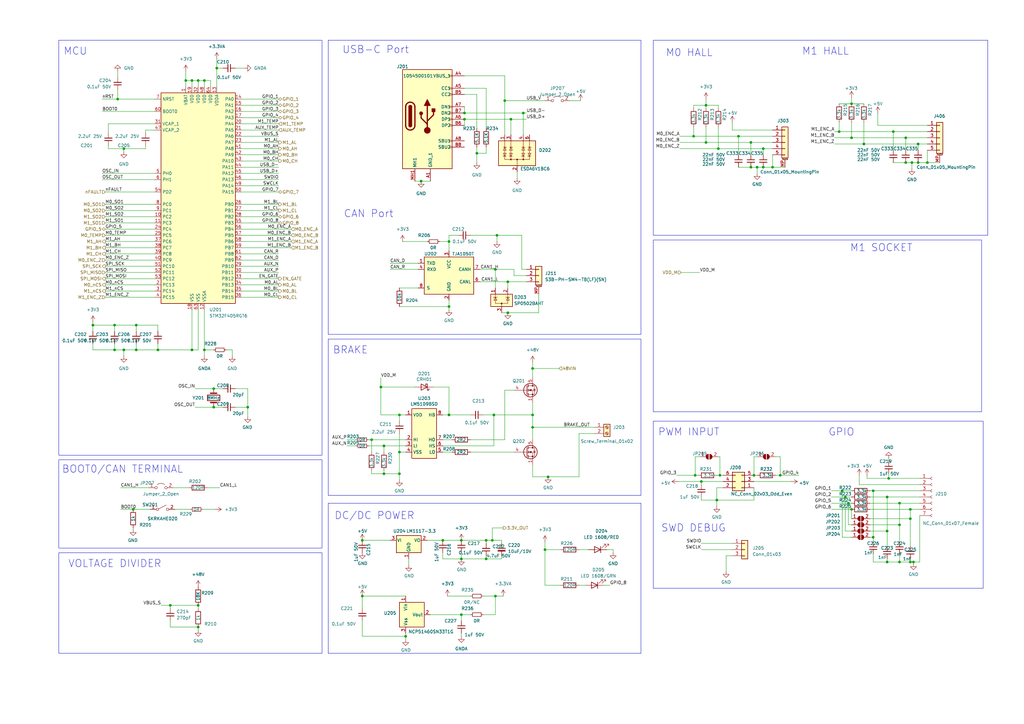
<source format=kicad_sch>
(kicad_sch (version 20230121) (generator eeschema)
  (paper "A3")
  (title_block (title "Q Motor Driver MB") (rev "1") (comment 1 "Drawn by: KHY"))
  (junction (at 224.79 195.58))
  (junction (at 38.1 133.35))
  (junction (at 208.28 128.27))
  (junction (at 358.14 201.295))
  (junction (at 209.55 48.895))
  (junction (at 54.61 208.915))
  (junction (at 346.71 203.835))
  (junction (at 345.44 201.295))
  (junction (at 294.64 60.96))
  (junction (at 172.72 74.295))
  (junction (at 46.99 143.51))
  (junction (at 295.275 194.945))
  (junction (at 294.005 205.105))
  (junction (at 81.28 33.02))
  (junction (at 289.56 43.18))
  (junction (at 307.975 68.58))
  (junction (at 199.39 229.235))
  (junction (at 376.555 66.675))
  (junction (at 368.935 230.505))
  (junction (at 349.25 208.915))
  (junction (at 166.37 260.985))
  (junction (at 373.38 208.915))
  (junction (at 163.83 194.31))
  (junction (at 87.63 159.385))
  (junction (at 310.515 68.58))
  (junction (at 190.5 48.895))
  (junction (at 181.61 221.615))
  (junction (at 157.48 194.31))
  (junction (at 374.65 230.505))
  (junction (at 76.2 33.02))
  (junction (at 373.38 212.725))
  (junction (at 344.17 53.975))
  (junction (at 218.44 151.13))
  (junction (at 189.23 221.615))
  (junction (at 349.25 42.545))
  (junction (at 285.115 194.945))
  (junction (at 313.055 68.58))
  (junction (at 78.74 33.02))
  (junction (at 163.83 185.42))
  (junction (at 380.365 66.675))
  (junction (at 368.935 206.375))
  (junction (at 366.395 53.975))
  (junction (at 289.56 58.42))
  (junction (at 87.63 167.005))
  (junction (at 214.63 46.355))
  (junction (at 184.15 99.06))
  (junction (at 223.52 225.425))
  (junction (at 364.49 196.215))
  (junction (at 64.77 143.51))
  (junction (at 376.555 59.055))
  (junction (at 83.82 143.51))
  (junction (at 309.245 194.945))
  (junction (at 207.01 41.275))
  (junction (at 78.74 143.51))
  (junction (at 199.39 221.615))
  (junction (at 358.14 220.345))
  (junction (at 83.82 33.02))
  (junction (at 148.59 221.615))
  (junction (at 354.33 59.055))
  (junction (at 156.21 158.75))
  (junction (at 88.9 27.94))
  (junction (at 363.855 203.835))
  (junction (at 347.98 206.375))
  (junction (at 50.8 143.51))
  (junction (at 48.26 40.64))
  (junction (at 55.88 143.51))
  (junction (at 163.83 170.18))
  (junction (at 46.99 133.35))
  (junction (at 184.15 125.73))
  (junction (at 320.04 194.945))
  (junction (at 152.4 180.34))
  (junction (at 363.855 217.805))
  (junction (at 50.8 60.96))
  (junction (at 184.15 170.18))
  (junction (at 287.655 197.485))
  (junction (at 201.93 221.615))
  (junction (at 368.935 215.265))
  (junction (at 189.23 229.235))
  (junction (at 218.44 170.18))
  (junction (at 203.835 96.52))
  (junction (at 313.055 60.96))
  (junction (at 203.2 244.475))
  (junction (at 101.6 167.005))
  (junction (at 81.28 257.175))
  (junction (at 203.2 110.49))
  (junction (at 208.28 115.57))
  (junction (at 69.85 248.285))
  (junction (at 202.565 170.18))
  (junction (at 302.895 55.88))
  (junction (at 190.5 46.355))
  (junction (at 157.48 182.88))
  (junction (at 55.88 133.35))
  (junction (at 374.015 66.675))
  (junction (at 307.975 58.42))
  (junction (at 373.38 230.505))
  (junction (at 363.855 230.505))
  (junction (at 148.59 244.475))
  (junction (at 189.23 252.095))
  (junction (at 81.28 248.285))
  (junction (at 195.58 62.865))
  (junction (at 349.25 56.515))
  (junction (at 218.44 175.26))
  (junction (at 371.475 56.515))
  (junction (at 284.48 55.88))
  (junction (at 371.475 66.675))
  (junction (at 316.865 68.58))
  (wire (pts (xy 189.23 229.235) (xy 189.23 226.695)))
  (wire (pts (xy 76.2 33.02) (xy 78.74 33.02)))
  (wire (pts (xy 310.515 68.58) (xy 313.055 68.58)))
  (wire (pts (xy 43.18 111.76) (xy 63.5 111.76)))
  (wire (pts (xy 96.52 159.385) (xy 101.6 159.385)))
  (wire (pts (xy 46.99 133.35) (xy 46.99 135.89)))
  (wire (pts (xy 223.52 225.425) (xy 229.87 225.425)))
  (wire (pts (xy 184.15 96.52) (xy 184.15 99.06)))
  (wire (pts (xy 205.74 222.885) (xy 205.74 221.615)))
  (wire (pts (xy 363.855 203.835) (xy 363.855 217.805)))
  (wire (pts (xy 358.14 201.295) (xy 377.19 201.295)))
  (wire (pts (xy 38.1 143.51) (xy 46.99 143.51)))
  (wire (pts (xy 190.5 43.815) (xy 190.5 46.355)))
  (wire (pts (xy 49.53 208.915) (xy 54.61 208.915)))
  (wire (pts (xy 203.2 244.475) (xy 206.375 244.475)))
  (wire (pts (xy 318.135 194.945) (xy 320.04 194.945)))
  (wire (pts (xy 287.655 197.485) (xy 287.655 198.755)))
  (wire (pts (xy 289.56 58.42) (xy 307.975 58.42)))
  (wire (pts (xy 376.555 59.055) (xy 376.555 61.595)))
  (wire (pts (xy 99.06 50.8) (xy 114.3 50.8)))
  (wire (pts (xy 59.69 60.96) (xy 50.8 60.96)))
  (wire (pts (xy 279.4 111.76) (xy 287.02 111.76)))
  (wire (pts (xy 80.01 167.005) (xy 87.63 167.005)))
  (wire (pts (xy 156.21 170.18) (xy 163.83 170.18)))
  (wire (pts (xy 287.655 222.885) (xy 300.355 222.885)))
  (wire (pts (xy 142.24 180.34) (xy 146.05 180.34)))
  (wire (pts (xy 99.06 86.36) (xy 114.3 86.36)))
  (wire (pts (xy 376.555 66.675) (xy 380.365 66.675)))
  (wire (pts (xy 295.275 187.325) (xy 295.275 194.945)))
  (wire (pts (xy 99.06 58.42) (xy 114.3 58.42)))
  (wire (pts (xy 373.38 208.915) (xy 377.19 208.915)))
  (wire (pts (xy 160.02 110.49) (xy 171.45 110.49)))
  (wire (pts (xy 180.34 99.06) (xy 184.15 99.06)))
  (wire (pts (xy 212.09 70.485) (xy 212.09 73.025)))
  (wire (pts (xy 371.475 66.675) (xy 374.015 66.675)))
  (wire (pts (xy 99.06 73.66) (xy 114.3 73.66)))
  (wire (pts (xy 243.84 177.8) (xy 237.49 177.8)))
  (wire (pts (xy 99.06 111.76) (xy 114.3 111.76)))
  (wire (pts (xy 189.23 252.095) (xy 189.23 254.635)))
  (wire (pts (xy 160.02 107.95) (xy 171.45 107.95)))
  (wire (pts (xy 96.52 167.005) (xy 101.6 167.005)))
  (wire (pts (xy 163.83 118.11) (xy 171.45 118.11)))
  (wire (pts (xy 99.06 114.3) (xy 114.3 114.3)))
  (wire (pts (xy 302.895 55.88) (xy 302.895 63.5)))
  (wire (pts (xy 99.06 63.5) (xy 114.3 63.5)))
  (wire (pts (xy 233.68 41.275) (xy 238.125 41.275)))
  (wire (pts (xy 295.275 194.945) (xy 296.545 194.945)))
  (wire (pts (xy 356.87 212.725) (xy 373.38 212.725)))
  (wire (pts (xy 64.77 143.51) (xy 64.77 140.97)))
  (wire (pts (xy 81.28 33.02) (xy 83.82 33.02)))
  (wire (pts (xy 151.13 180.34) (xy 152.4 180.34)))
  (wire (pts (xy 99.06 45.72) (xy 114.3 45.72)))
  (wire (pts (xy 199.39 221.615) (xy 189.23 221.615)))
  (wire (pts (xy 148.59 260.985) (xy 166.37 260.985)))
  (wire (pts (xy 297.815 227.965) (xy 297.815 234.315)))
  (wire (pts (xy 152.4 193.04) (xy 152.4 194.31)))
  (wire (pts (xy 181.61 221.615) (xy 189.23 221.615)))
  (wire (pts (xy 373.38 230.505) (xy 373.38 229.235)))
  (wire (pts (xy 41.91 73.66) (xy 63.5 73.66)))
  (wire (pts (xy 358.14 230.505) (xy 363.855 230.505)))
  (wire (pts (xy 302.895 68.58) (xy 307.975 68.58)))
  (wire (pts (xy 218.44 190.5) (xy 218.44 195.58)))
  (wire (pts (xy 294.64 52.07) (xy 294.64 60.96)))
  (wire (pts (xy 320.04 187.325) (xy 320.04 194.945)))
  (wire (pts (xy 81.28 33.02) (xy 81.28 35.56)))
  (wire (pts (xy 198.12 252.095) (xy 203.2 252.095)))
  (wire (pts (xy 218.44 151.13) (xy 229.235 151.13)))
  (wire (pts (xy 307.975 58.42) (xy 316.865 58.42)))
  (wire (pts (xy 320.04 194.945) (xy 327.66 194.945)))
  (wire (pts (xy 170.18 74.295) (xy 172.72 74.295)))
  (wire (pts (xy 184.15 170.18) (xy 193.04 170.18)))
  (wire (pts (xy 99.06 68.58) (xy 114.3 68.58)))
  (wire (pts (xy 354.33 50.165) (xy 354.33 59.055)))
  (wire (pts (xy 99.06 88.9) (xy 114.3 88.9)))
  (wire (pts (xy 278.765 55.88) (xy 284.48 55.88)))
  (wire (pts (xy 373.38 212.725) (xy 373.38 224.155)))
  (wire (pts (xy 284.48 55.88) (xy 302.895 55.88)))
  (wire (pts (xy 184.15 158.75) (xy 184.15 170.18)))
  (wire (pts (xy 371.475 56.515) (xy 380.365 56.515)))
  (wire (pts (xy 220.98 128.27) (xy 220.98 120.65)))
  (wire (pts (xy 199.39 227.965) (xy 199.39 229.235)))
  (wire (pts (xy 163.83 170.18) (xy 166.37 170.18)))
  (wire (pts (xy 66.04 248.285) (xy 69.85 248.285)))
  (wire (pts (xy 201.93 221.615) (xy 199.39 221.615)))
  (wire (pts (xy 166.37 185.42) (xy 163.83 185.42)))
  (wire (pts (xy 368.935 215.265) (xy 368.935 222.25)))
  (wire (pts (xy 71.755 208.915) (xy 78.105 208.915)))
  (wire (pts (xy 44.45 60.96) (xy 50.8 60.96)))
  (wire (pts (xy 196.85 115.57) (xy 208.28 115.57)))
  (wire (pts (xy 214.63 46.355) (xy 214.63 55.245)))
  (wire (pts (xy 207.01 160.02) (xy 207.01 180.34)))
  (wire (pts (xy 206.375 216.535) (xy 201.93 216.535)))
  (wire (pts (xy 294.005 205.105) (xy 294.005 207.645)))
  (wire (pts (xy 172.72 74.295) (xy 176.53 74.295)))
  (wire (pts (xy 99.06 53.34) (xy 114.3 53.34)))
  (wire (pts (xy 163.83 125.73) (xy 184.15 125.73)))
  (wire (pts (xy 356.87 201.295) (xy 358.14 201.295)))
  (wire (pts (xy 59.69 59.69) (xy 59.69 60.96)))
  (wire (pts (xy 300.355 53.34) (xy 316.865 53.34)))
  (wire (pts (xy 184.15 123.19) (xy 184.15 125.73)))
  (wire (pts (xy 218.44 165.1) (xy 218.44 170.18)))
  (wire (pts (xy 41.91 40.64) (xy 48.26 40.64)))
  (wire (pts (xy 285.115 187.325) (xy 285.115 194.945)))
  (wire (pts (xy 356.87 215.265) (xy 368.935 215.265)))
  (wire (pts (xy 99.06 116.84) (xy 114.3 116.84)))
  (wire (pts (xy 289.56 43.18) (xy 284.48 43.18)))
  (wire (pts (xy 289.56 52.07) (xy 289.56 58.42)))
  (wire (pts (xy 181.61 170.18) (xy 184.15 170.18)))
  (wire (pts (xy 193.04 185.42) (xy 210.82 185.42)))
  (wire (pts (xy 190.5 48.895) (xy 209.55 48.895)))
  (wire (pts (xy 88.9 27.94) (xy 88.9 35.56)))
  (wire (pts (xy 83.82 33.02) (xy 83.82 35.56)))
  (wire (pts (xy 373.38 208.915) (xy 373.38 212.725)))
  (wire (pts (xy 285.115 187.325) (xy 287.02 187.325)))
  (wire (pts (xy 205.74 221.615) (xy 201.93 221.615)))
  (wire (pts (xy 54.61 216.535) (xy 54.61 217.17)))
  (wire (pts (xy 44.45 50.8) (xy 63.5 50.8)))
  (wire (pts (xy 151.13 182.88) (xy 157.48 182.88)))
  (wire (pts (xy 296.545 200.025) (xy 294.005 200.025)))
  (wire (pts (xy 99.06 96.52) (xy 119.38 96.52)))
  (wire (pts (xy 83.82 143.51) (xy 83.82 146.05)))
  (wire (pts (xy 43.18 78.74) (xy 63.5 78.74)))
  (wire (pts (xy 181.61 180.34) (xy 185.42 180.34)))
  (wire (pts (xy 183.515 244.475) (xy 193.04 244.475)))
  (wire (pts (xy 88.9 27.94) (xy 91.44 27.94)))
  (wire (pts (xy 380.365 66.675) (xy 385.445 66.675)))
  (wire (pts (xy 248.92 225.425) (xy 251.46 225.425)))
  (wire (pts (xy 190.5 48.895) (xy 190.5 51.435)))
  (wire (pts (xy 318.135 187.325) (xy 320.04 187.325)))
  (wire (pts (xy 48.26 36.83) (xy 48.26 40.64)))
  (wire (pts (xy 294.005 194.945) (xy 295.275 194.945)))
  (wire (pts (xy 368.935 206.375) (xy 377.19 206.375)))
  (wire (pts (xy 95.25 143.51) (xy 95.25 146.05)))
  (wire (pts (xy 163.83 185.42) (xy 163.83 194.31)))
  (wire (pts (xy 38.1 133.35) (xy 38.1 135.89)))
  (wire (pts (xy 199.39 221.615) (xy 199.39 222.885)))
  (wire (pts (xy 99.06 83.82) (xy 114.3 83.82)))
  (wire (pts (xy 207.01 41.275) (xy 223.52 41.275)))
  (wire (pts (xy 148.59 254.635) (xy 148.59 260.985)))
  (wire (pts (xy 195.58 52.705) (xy 195.58 38.735)))
  (wire (pts (xy 309.245 200.025) (xy 309.245 205.105)))
  (wire (pts (xy 50.8 143.51) (xy 50.8 146.05)))
  (wire (pts (xy 229.87 240.03) (xy 223.52 240.03)))
  (wire (pts (xy 376.555 59.055) (xy 380.365 59.055)))
  (wire (pts (xy 310.515 68.58) (xy 310.515 71.12)))
  (wire (pts (xy 345.44 220.345) (xy 345.44 201.295)))
  (wire (pts (xy 374.015 66.675) (xy 374.015 69.215)))
  (wire (pts (xy 181.61 182.88) (xy 202.565 182.88)))
  (wire (pts (xy 187.96 96.52) (xy 184.15 96.52)))
  (wire (pts (xy 352.425 194.945) (xy 352.425 198.755)))
  (wire (pts (xy 208.28 115.57) (xy 215.9 115.57)))
  (wire (pts (xy 300.355 227.965) (xy 297.815 227.965)))
  (wire (pts (xy 309.245 197.485) (xy 324.485 197.485)))
  (wire (pts (xy 340.995 203.835) (xy 346.71 203.835)))
  (wire (pts (xy 69.85 254.635) (xy 69.85 257.175)))
  (wire (pts (xy 346.71 203.835) (xy 349.25 203.835)))
  (wire (pts (xy 59.69 53.34) (xy 59.69 54.61)))
  (wire (pts (xy 43.18 121.92) (xy 63.5 121.92)))
  (wire (pts (xy 41.91 45.72) (xy 63.5 45.72)))
  (wire (pts (xy 346.71 217.805) (xy 346.71 203.835)))
  (wire (pts (xy 366.395 53.975) (xy 380.365 53.975)))
  (wire (pts (xy 210.82 113.03) (xy 215.9 113.03)))
  (wire (pts (xy 344.17 42.545) (xy 349.25 42.545)))
  (wire (pts (xy 360.045 51.435) (xy 380.365 51.435)))
  (wire (pts (xy 88.9 24.13) (xy 88.9 27.94)))
  (wire (pts (xy 99.06 48.26) (xy 114.3 48.26)))
  (wire (pts (xy 99.06 55.88) (xy 114.3 55.88)))
  (wire (pts (xy 43.18 93.98) (xy 63.5 93.98)))
  (wire (pts (xy 313.055 60.96) (xy 316.865 60.96)))
  (wire (pts (xy 55.88 143.51) (xy 64.77 143.51)))
  (wire (pts (xy 152.4 194.31) (xy 157.48 194.31)))
  (wire (pts (xy 313.055 68.58) (xy 316.865 68.58)))
  (wire (pts (xy 163.83 194.31) (xy 163.83 196.85)))
  (wire (pts (xy 199.39 36.195) (xy 199.39 52.705)))
  (wire (pts (xy 85.09 200.025) (xy 90.17 200.025)))
  (wire (pts (xy 294.64 44.45) (xy 294.64 43.18)))
  (wire (pts (xy 148.59 221.615) (xy 160.02 221.615)))
  (wire (pts (xy 43.18 116.84) (xy 63.5 116.84)))
  (wire (pts (xy 64.77 135.89) (xy 64.77 133.35)))
  (wire (pts (xy 223.52 240.03) (xy 223.52 225.425)))
  (wire (pts (xy 83.82 127) (xy 83.82 143.51)))
  (wire (pts (xy 64.77 133.35) (xy 55.88 133.35)))
  (wire (pts (xy 152.4 180.34) (xy 152.4 185.42)))
  (wire (pts (xy 54.61 208.915) (xy 61.595 208.915)))
  (wire (pts (xy 43.18 88.9) (xy 63.5 88.9)))
  (wire (pts (xy 55.88 140.97) (xy 55.88 143.51)))
  (wire (pts (xy 69.85 257.175) (xy 81.28 257.175)))
  (wire (pts (xy 199.39 229.235) (xy 189.23 229.235)))
  (wire (pts (xy 316.865 68.58) (xy 321.945 68.58)))
  (wire (pts (xy 340.995 206.375) (xy 347.98 206.375)))
  (wire (pts (xy 294.64 60.96) (xy 313.055 60.96)))
  (wire (pts (xy 83.82 33.02) (xy 86.36 33.02)))
  (wire (pts (xy 99.06 101.6) (xy 119.38 101.6)))
  (wire (pts (xy 43.18 96.52) (xy 63.5 96.52)))
  (wire (pts (xy 287.655 203.835) (xy 287.655 205.105)))
  (wire (pts (xy 363.855 230.505) (xy 363.855 229.235)))
  (wire (pts (xy 207.01 180.34) (xy 193.04 180.34)))
  (wire (pts (xy 340.995 201.295) (xy 345.44 201.295)))
  (wire (pts (xy 237.49 225.425) (xy 241.3 225.425)))
  (wire (pts (xy 55.88 133.35) (xy 46.99 133.35)))
  (wire (pts (xy 87.63 167.005) (xy 91.44 167.005)))
  (wire (pts (xy 201.93 216.535) (xy 201.93 221.615)))
  (wire (pts (xy 78.74 143.51) (xy 64.77 143.51)))
  (wire (pts (xy 176.53 252.095) (xy 189.23 252.095)))
  (wire (pts (xy 83.185 208.915) (xy 88.265 208.915)))
  (wire (pts (xy 195.58 60.325) (xy 195.58 62.865)))
  (wire (pts (xy 223.52 222.25) (xy 223.52 225.425)))
  (wire (pts (xy 43.18 101.6) (xy 63.5 101.6)))
  (wire (pts (xy 99.06 43.18) (xy 114.3 43.18)))
  (wire (pts (xy 349.25 56.515) (xy 371.475 56.515)))
  (wire (pts (xy 43.18 106.68) (xy 63.5 106.68)))
  (wire (pts (xy 198.12 244.475) (xy 203.2 244.475)))
  (wire (pts (xy 78.74 127) (xy 78.74 143.51)))
  (wire (pts (xy 349.25 42.545) (xy 354.33 42.545)))
  (wire (pts (xy 354.33 59.055) (xy 342.265 59.055)))
  (wire (pts (xy 86.36 33.02) (xy 86.36 35.56)))
  (wire (pts (xy 202.565 170.18) (xy 198.12 170.18)))
  (wire (pts (xy 142.24 182.88) (xy 146.05 182.88)))
  (wire (pts (xy 99.06 71.12) (xy 114.3 71.12)))
  (wire (pts (xy 163.83 172.72) (xy 163.83 170.18)))
  (wire (pts (xy 190.5 46.355) (xy 214.63 46.355)))
  (wire (pts (xy 218.44 170.18) (xy 218.44 175.26)))
  (wire (pts (xy 366.395 66.675) (xy 371.475 66.675)))
  (wire (pts (xy 309.245 205.105) (xy 294.005 205.105)))
  (wire (pts (xy 50.8 60.96) (xy 50.8 62.23)))
  (wire (pts (xy 302.895 55.88) (xy 316.865 55.88)))
  (wire (pts (xy 99.06 109.22) (xy 114.3 109.22)))
  (wire (pts (xy 205.74 128.27) (xy 208.28 128.27)))
  (wire (pts (xy 190.5 31.115) (xy 207.01 31.115)))
  (wire (pts (xy 38.1 140.97) (xy 38.1 143.51)))
  (wire (pts (xy 377.19 211.455) (xy 377.19 230.505)))
  (wire (pts (xy 83.82 143.51) (xy 87.63 143.51)))
  (wire (pts (xy 278.765 58.42) (xy 289.56 58.42)))
  (wire (pts (xy 99.06 104.14) (xy 114.3 104.14)))
  (wire (pts (xy 345.44 201.295) (xy 349.25 201.295)))
  (wire (pts (xy 46.99 143.51) (xy 50.8 143.51)))
  (wire (pts (xy 99.06 66.04) (xy 114.3 66.04)))
  (wire (pts (xy 247.65 240.03) (xy 250.19 240.03)))
  (wire (pts (xy 48.26 40.64) (xy 63.5 40.64)))
  (wire (pts (xy 203.835 96.52) (xy 203.835 99.06)))
  (wire (pts (xy 355.6 196.215) (xy 364.49 196.215)))
  (wire (pts (xy 377.19 230.505) (xy 374.65 230.505)))
  (wire (pts (xy 310.515 187.325) (xy 309.245 187.325)))
  (wire (pts (xy 99.06 60.96) (xy 114.3 60.96)))
  (wire (pts (xy 189.23 260.985) (xy 189.23 259.715)))
  (wire (pts (xy 205.74 227.965) (xy 205.74 229.235)))
  (wire (pts (xy 344.17 53.975) (xy 342.265 53.975)))
  (wire (pts (xy 209.55 48.895) (xy 215.9 48.895)))
  (wire (pts (xy 43.18 104.14) (xy 63.5 104.14)))
  (wire (pts (xy 92.71 143.51) (xy 95.25 143.51)))
  (wire (pts (xy 349.25 217.805) (xy 346.71 217.805)))
  (wire (pts (xy 347.98 215.265) (xy 347.98 206.375)))
  (wire (pts (xy 349.25 215.265) (xy 347.98 215.265)))
  (wire (pts (xy 277.495 194.945) (xy 285.115 194.945)))
  (wire (pts (xy 81.28 143.51) (xy 78.74 143.51)))
  (wire (pts (xy 349.25 42.545) (xy 349.25 40.005)))
  (wire (pts (xy 307.975 58.42) (xy 307.975 63.5)))
  (wire (pts (xy 363.855 230.505) (xy 368.935 230.505)))
  (wire (pts (xy 156.21 154.94) (xy 156.21 158.75)))
  (wire (pts (xy 209.55 48.895) (xy 209.55 55.245)))
  (wire (pts (xy 99.06 93.98) (xy 119.38 93.98)))
  (wire (pts (xy 44.45 59.69) (xy 44.45 60.96)))
  (wire (pts (xy 347.98 206.375) (xy 349.25 206.375)))
  (wire (pts (xy 46.99 133.35) (xy 38.1 133.35)))
  (wire (pts (xy 356.87 217.805) (xy 363.855 217.805)))
  (wire (pts (xy 69.85 249.555) (xy 69.85 248.285)))
  (wire (pts (xy 87.63 159.385) (xy 91.44 159.385)))
  (wire (pts (xy 196.85 110.49) (xy 203.2 110.49)))
  (wire (pts (xy 69.85 248.285) (xy 81.28 248.285)))
  (wire (pts (xy 218.44 175.26) (xy 243.84 175.26)))
  (wire (pts (xy 99.06 76.2) (xy 114.3 76.2)))
  (wire (pts (xy 195.58 62.865) (xy 195.58 66.675)))
  (wire (pts (xy 313.055 60.96) (xy 313.055 63.5)))
  (wire (pts (xy 368.935 206.375) (xy 368.935 215.265)))
  (wire (pts (xy 199.39 60.325) (xy 199.39 62.865)))
  (wire (pts (xy 358.14 230.505) (xy 358.14 227.33)))
  (wire (pts (xy 177.8 158.75) (xy 184.15 158.75)))
  (wire (pts (xy 80.01 159.385) (xy 87.63 159.385)))
  (wire (pts (xy 218.44 148.59) (xy 218.44 151.13)))
  (wire (pts (xy 316.865 63.5) (xy 316.865 68.58)))
  (wire (pts (xy 157.48 193.04) (xy 157.48 194.31)))
  (wire (pts (xy 43.18 86.36) (xy 63.5 86.36)))
  (wire (pts (xy 99.06 119.38) (xy 114.3 119.38)))
  (wire (pts (xy 284.48 52.07) (xy 284.48 55.88)))
  (wire (pts (xy 374.015 66.675) (xy 376.555 66.675)))
  (wire (pts (xy 289.56 40.64) (xy 289.56 43.18)))
  (wire (pts (xy 307.975 68.58) (xy 310.515 68.58)))
  (wire (pts (xy 99.06 40.64) (xy 114.3 40.64)))
  (wire (pts (xy 55.88 133.35) (xy 55.88 135.89)))
  (wire (pts (xy 374.65 231.14) (xy 374.65 230.505)))
  (wire (pts (xy 278.13 197.485) (xy 287.655 197.485)))
  (wire (pts (xy 285.115 194.945) (xy 286.385 194.945)))
  (wire (pts (xy 363.855 217.805) (xy 363.855 224.155)))
  (wire (pts (xy 195.58 38.735) (xy 190.5 38.735)))
  (wire (pts (xy 287.655 225.425) (xy 300.355 225.425)))
  (wire (pts (xy 294.64 187.325) (xy 295.275 187.325)))
  (wire (pts (xy 364.49 194.31) (xy 364.49 196.215)))
  (wire (pts (xy 41.91 71.12) (xy 63.5 71.12)))
  (wire (pts (xy 356.87 208.915) (xy 373.38 208.915)))
  (wire (pts (xy 81.28 248.285) (xy 81.28 249.555)))
  (wire (pts (xy 309.245 194.945) (xy 310.515 194.945)))
  (wire (pts (xy 152.4 180.34) (xy 166.37 180.34)))
  (wire (pts (xy 355.6 194.945) (xy 355.6 196.215)))
  (wire (pts (xy 156.21 158.75) (xy 156.21 170.18)))
  (wire (pts (xy 170.18 158.75) (xy 156.21 158.75)))
  (wire (pts (xy 349.25 212.725) (xy 349.25 208.915)))
  (wire (pts (xy 358.14 201.295) (xy 358.14 220.345)))
  (wire (pts (xy 81.28 257.175) (xy 81.28 258.445)))
  (wire (pts (xy 181.61 185.42) (xy 185.42 185.42)))
  (wire (pts (xy 167.64 229.235) (xy 167.64 231.775)))
  (wire (pts (xy 213.995 110.49) (xy 213.995 96.52)))
  (wire (pts (xy 218.44 195.58) (xy 224.79 195.58)))
  (wire (pts (xy 380.365 61.595) (xy 380.365 66.675)))
  (wire (pts (xy 99.06 91.44) (xy 114.3 91.44)))
  (wire (pts (xy 76.2 29.21) (xy 76.2 33.02)))
  (wire (pts (xy 349.25 56.515) (xy 342.265 56.515)))
  (wire (pts (xy 354.33 59.055) (xy 376.555 59.055)))
  (wire (pts (xy 224.79 195.58) (xy 237.49 195.58)))
  (wire (pts (xy 356.87 206.375) (xy 368.935 206.375)))
  (wire (pts (xy 157.48 194.31) (xy 163.83 194.31)))
  (wire (pts (xy 101.6 167.005) (xy 101.6 170.815)))
  (wire (pts (xy 43.18 99.06) (xy 63.5 99.06)))
  (wire (pts (xy 368.935 230.505) (xy 368.935 227.33)))
  (wire (pts (xy 294.64 43.18) (xy 289.56 43.18)))
  (wire (pts (xy 289.56 43.18) (xy 289.56 44.45)))
  (wire (pts (xy 157.48 182.88) (xy 157.48 185.42)))
  (wire (pts (xy 199.39 62.865) (xy 195.58 62.865)))
  (wire (pts (xy 78.74 33.02) (xy 78.74 35.56)))
  (wire (pts (xy 81.28 127) (xy 81.28 143.51)))
  (wire (pts (xy 349.25 220.345) (xy 345.44 220.345)))
  (wire (pts (xy 43.18 91.44) (xy 63.5 91.44)))
  (wire (pts (xy 202.565 170.18) (xy 202.565 182.88)))
  (wire (pts (xy 63.5 53.34) (xy 59.69 53.34)))
  (wire (pts (xy 368.935 230.505) (xy 373.38 230.505)))
  (wire (pts (xy 46.99 140.97) (xy 46.99 143.51)))
  (wire (pts (xy 208.28 128.27) (xy 220.98 128.27)))
  (wire (pts (xy 294.005 200.025) (xy 294.005 205.105)))
  (wire (pts (xy 99.06 121.92) (xy 114.3 121.92)))
  (wire (pts (xy 43.18 83.82) (xy 63.5 83.82)))
  (wire (pts (xy 364.49 196.215) (xy 377.19 196.215)))
  (wire (pts (xy 363.855 203.835) (xy 377.19 203.835)))
  (wire (pts (xy 193.04 96.52) (xy 203.835 96.52)))
  (wire (pts (xy 43.18 114.3) (xy 63.5 114.3)))
  (wire (pts (xy 157.48 182.88) (xy 166.37 182.88)))
  (wire (pts (xy 218.44 151.13) (xy 218.44 154.94)))
  (wire (pts (xy 99.06 106.68) (xy 114.3 106.68)))
  (wire (pts (xy 207.01 31.115) (xy 207.01 41.275)))
  (wire (pts (xy 360.045 46.355) (xy 360.045 51.435)))
  (wire (pts (xy 166.37 259.715) (xy 166.37 260.985)))
  (wire (pts (xy 71.12 200.025) (xy 77.47 200.025)))
  (wire (pts (xy 205.74 229.235) (xy 199.39 229.235)))
  (wire (pts (xy 148.59 244.475) (xy 148.59 249.555)))
  (wire (pts (xy 165.1 99.06) (xy 175.26 99.06)))
  (wire (pts (xy 184.15 127) (xy 184.15 125.73)))
  (wire (pts (xy 38.1 132.08) (xy 38.1 133.35)))
  (wire (pts (xy 101.6 159.385) (xy 101.6 167.005)))
  (wire (pts (xy 208.28 115.57) (xy 208.28 118.11)))
  (wire (pts (xy 43.18 119.38) (xy 63.5 119.38)))
  (wire (pts (xy 278.765 60.96) (xy 294.64 60.96)))
  (wire (pts (xy 366.395 53.975) (xy 366.395 61.595)))
  (wire (pts (xy 203.2 110.49) (xy 203.2 118.11)))
  (wire (pts (xy 207.01 160.02) (xy 210.82 160.02)))
  (wire (pts (xy 49.53 200.025) (xy 60.96 200.025)))
  (wire (pts (xy 287.655 197.485) (xy 296.545 197.485)))
  (wire (pts (xy 214.63 46.355) (xy 215.9 46.355)))
  (wire (pts (xy 251.46 225.425) (xy 251.46 226.695)))
  (wire (pts (xy 202.565 170.18) (xy 218.44 170.18)))
  (wire (pts (xy 215.9 110.49) (xy 213.995 110.49)))
  (wire (pts (xy 300.355 50.165) (xy 300.355 53.34)))
  (wire (pts (xy 203.2 252.095) (xy 203.2 244.475)))
  (wire (pts (xy 344.17 53.975) (xy 366.395 53.975)))
  (wire (pts (xy 48.26 29.21) (xy 48.26 31.75)))
  (wire (pts (xy 181.61 229.235) (xy 189.23 229.235)))
  (wire (pts (xy 163.83 177.8) (xy 163.83 185.42)))
  (wire (pts (xy 184.15 99.06) (xy 184.15 102.87)))
  (wire (pts (xy 237.49 240.03) (xy 240.03 240.03)))
  (wire (pts (xy 96.52 27.94) (xy 100.33 27.94)))
  (wire (pts (xy 175.26 221.615) (xy 181.61 221.615)))
  (wire (pts (xy 189.23 252.095) (xy 193.04 252.095)))
  (wire (pts (xy 190.5 36.195) (xy 199.39 36.195)))
  (wire (pts (xy 344.17 50.165) (xy 344.17 53.975)))
  (wire (pts (xy 76.2 33.02) (xy 76.2 35.56)))
  (wire (pts (xy 44.45 50.8) (xy 44.45 54.61)))
  (wire (pts (xy 99.06 99.06) (xy 119.38 99.06)))
  (wire (pts (xy 207.01 41.275) (xy 207.01 55.245)))
  (wire (pts (xy 356.87 220.345) (xy 358.14 220.345)))
  (wire (pts (xy 78.74 33.02) (xy 81.28 33.02)))
  (wire (pts (xy 340.995 208.915) (xy 349.25 208.915)))
  (wire (pts (xy 371.475 56.515) (xy 371.475 61.595)))
  (wire (pts (xy 364.49 187.96) (xy 364.49 189.23)))
  (wire (pts (xy 148.59 244.475) (xy 166.37 244.475)))
  (wire (pts (xy 358.14 220.345) (xy 358.14 222.25)))
  (wire (pts (xy 166.37 260.985) (xy 166.37 262.255)))
  (wire (pts (xy 309.245 187.325) (xy 309.245 194.945)))
  (wire (pts (xy 210.82 110.49) (xy 210.82 113.03)))
  (wire (pts (xy 352.425 198.755) (xy 377.19 198.755)))
  (wire (pts (xy 356.87 203.835) (xy 363.855 203.835)))
  (wire (pts (xy 43.18 109.22) (xy 63.5 109.22)))
  (wire (pts (xy 237.49 177.8) (xy 237.49 195.58)))
  (wire (pts (xy 99.06 78.74) (xy 114.3 78.74)))
  (wire (pts (xy 181.61 226.695) (xy 181.61 229.235)))
  (wire (pts (xy 287.655 205.105) (xy 294.005 205.105)))
  (wire (pts (xy 373.38 230.505) (xy 374.65 230.505)))
  (wire (pts (xy 284.48 43.18) (xy 284.48 44.45)))
  (wire (pts (xy 218.44 175.26) (xy 218.44 180.34)))
  (wire (pts (xy 50.8 143.51) (xy 55.88 143.51)))
  (wire (pts (xy 213.995 96.52) (xy 203.835 96.52)))
  (wire (pts (xy 349.25 50.165) (xy 349.25 56.515)))
  (wire (pts (xy 203.2 110.49) (xy 210.82 110.49)))
  (rectangle (start 24.13 16.51) (end 132.08 186.69))
  (rectangle (start 134.62 139.065) (end 262.89 203.2))
  (rectangle (start 267.97 16.51) (end 405.13 96.52))
  (rectangle (start 24.13 226.695) (end 132.08 267.97))
  (rectangle (start 24.13 188.595) (end 132.08 224.79))
  (rectangle (start 134.62 206.375) (end 262.89 267.97))
  (rectangle (start 267.97 172.72) (end 403.225 241.3))
  (rectangle (start 134.62 16.51) (end 262.89 137.16))
  (rectangle (start 267.97 98.425) (end 402.59 168.91))
  (text "DC/DC POWER" (at 137.16 213.36 0) (effects (font (size 3 3)) (justify left bottom)))
  (text "GPIO" (at 339.725 179.07 0) (effects (font (size 3 3)) (justify left bottom)))
  (text "MCU" (at 26.035 22.86 0) (effects (font (size 3 3)) (justify left bottom)))
  (text "PWM INPUT" (at 269.875 179.07 0) (effects (font (size 3 3)) (justify left bottom)))
  (text "BRAKE" (at 136.525 145.415 0) (effects (font (size 3 3)) (justify left bottom)))
  (text "M0 HALL" (at 273.05 23.495 0) (effects (font (size 3 3)) (justify left bottom)))
  (text "SWD DEBUG" (at 271.145 218.44 0) (effects (font (size 3 3)) (justify left bottom)))
  (text "M1 SOCKET" (at 348.615 103.505 0) (effects (font (size 3 3)) (justify left bottom)))
  (text "USB-C Port" (at 140.335 22.225 0) (effects (font (size 3 3)) (justify left bottom)))
  (text "M1 HALL" (at 328.93 22.86 0) (effects (font (size 3 3)) (justify left bottom)))
  (text "VOLTAGE DIVIDER" (at 27.94 233.045 0) (effects (font (size 3 3)) (justify left bottom)))
  (text "BOOT0/CAN TERMINAL" (at 25.4 194.31 0) (effects (font (size 3 3)) (justify left bottom)))
  (text "CAN Port" (at 140.97 89.535 0) (effects (font (size 3 3)) (justify left bottom)))
  (label "USB_V" (at 215.9 41.275 0))
  (label "M0_AH" (at 114.3 60.96 180))
  (label "GPIO_2" (at 114.3 43.18 180))
  (label "USB_D+" (at 215.9 48.895 0))
  (label "VBUS_S" (at 114.3 55.88 180))
  (label "M0_ENC_A" (at 119.38 93.98 180))
  (label "M0_SO1" (at 43.18 83.82 0))
  (label "AUX_P" (at 114.3 111.76 180))
  (label "USB_D-" (at 114.3 68.58 180))
  (label "M1_ENC_A" (at 119.38 99.06 180))
  (label "AUX_P" (at 142.24 180.34 180))
  (label "BRAKE_OUT" (at 231.14 175.26 0))
  (label "GPIO_5" (at 340.995 206.375 180))
  (label "GPIO_6" (at 114.3 88.9 180))
  (label "SPI_MOSI" (at 43.18 114.3 0))
  (label "CAN1_H" (at 49.53 200.025 0))
  (label "GPIO_3" (at 277.495 194.945 180))
  (label "VDD_M" (at 287.02 111.76 0))
  (label "CAN_D" (at 160.02 107.95 0))
  (label "M0_ENC_A" (at 278.765 55.88 180))
  (label "M0_nCS" (at 43.18 116.84 0))
  (label "GPIO_8" (at 114.3 91.44 180))
  (label "M0_BL" (at 114.3 119.38 180))
  (label "M1_SO1" (at 43.18 91.44 0))
  (label "AUX_TEMP" (at 114.3 53.34 180))
  (label "AUX_N" (at 114.3 109.22 180))
  (label "nRST" (at 41.91 40.64 0))
  (label "BOOT0" (at 41.91 45.72 0))
  (label "EN_GATE" (at 114.3 114.3 180))
  (label "M0_ENC_B" (at 119.38 96.52 180))
  (label "GPIO_5" (at 43.18 93.98 0))
  (label "M1_nCS" (at 43.18 119.38 0))
  (label "OSC_IN" (at 41.91 71.12 0))
  (label "M1_CH" (at 43.18 104.14 0))
  (label "GPIO_4" (at 114.3 48.26 180))
  (label "CAN_D" (at 114.3 106.68 180))
  (label "SWCLK" (at 114.3 76.2 180))
  (label "SWCLK" (at 287.655 225.425 180))
  (label "M1_TEMP" (at 114.3 50.8 180))
  (label "M1_CL" (at 114.3 86.36 180))
  (label "GPIO_1" (at 340.995 201.295 180))
  (label "VBUS_S" (at 66.04 248.285 180))
  (label "M1_AH" (at 43.18 99.06 0))
  (label "BOOT0" (at 49.53 208.915 0))
  (label "SPI_MISO" (at 43.18 111.76 0))
  (label "GPIO_4" (at 327.66 194.945 180))
  (label "OSC_IN" (at 80.01 159.385 180))
  (label "M0_CL" (at 114.3 121.92 180))
  (label "SWDIO" (at 287.655 222.885 180))
  (label "GPIO_1" (at 114.3 40.64 180))
  (label "M0_ENC_B" (at 278.765 58.42 180))
  (label "M1_ENC_A" (at 342.265 53.975 180))
  (label "M1_AL" (at 114.3 58.42 180))
  (label "CAN1_L" (at 90.17 200.025 0))
  (label "M1_ENC_Z" (at 43.18 121.92 0))
  (label "M1_ENC_Z" (at 342.265 59.055 180))
  (label "OSC_OUT" (at 80.01 167.005 180))
  (label "USB_D-" (at 215.9 46.355 0))
  (label "M1_ENC_B" (at 119.38 101.6 180))
  (label "M1_BL" (at 114.3 83.82 180))
  (label "SPI_SCK" (at 43.18 109.22 0))
  (label "M1_BH" (at 43.18 101.6 0))
  (label "M1_ENC_B" (at 342.265 56.515 180))
  (label "CAN_R" (at 160.02 110.49 0))
  (label "GPIO_6" (at 340.995 208.915 180))
  (label "M0_TEMP" (at 43.18 96.52 0))
  (label "GPIO_2" (at 340.995 203.835 180))
  (label "OSC_OUT" (at 41.91 73.66 0))
  (label "M0_AL" (at 114.3 116.84 180))
  (label "AUX_N" (at 142.24 182.88 180))
  (label "USB_D+" (at 114.3 71.12 180))
  (label "CAN1_L" (at 204.47 115.57 180))
  (label "GPIO_8" (at 250.19 240.03 0))
  (label "M1_SO2" (at 43.18 88.9 0))
  (label "M0_SO2" (at 43.18 86.36 0))
  (label "M0_ENC_Z" (at 43.18 106.68 0))
  (label "VDD_M" (at 156.21 154.94 0))
  (label "CAN_R" (at 114.3 104.14 180))
  (label "M0_ENC_Z" (at 278.765 60.96 180))
  (label "M0_BH" (at 114.3 63.5 180))
  (label "GPIO_7" (at 114.3 78.74 180))
  (label "CAN1_H" (at 204.47 110.49 180))
  (label "GPIO_3" (at 114.3 45.72 180))
  (label "SWDIO" (at 114.3 73.66 180))
  (label "nFAULT" (at 43.18 78.74 0))
  (label "M0_CH" (at 114.3 66.04 180))
  (hierarchical_label "M0_SO1" (shape input) (at 43.18 83.82 180))
  (hierarchical_label "M1_SO2" (shape input) (at 43.18 88.9 180))
  (hierarchical_label "GPIO_1" (shape bidirectional) (at 114.3 40.64 0))
  (hierarchical_label "EN_GATE" (shape output) (at 114.3 114.3 0))
  (hierarchical_label "M1_AL" (shape output) (at 114.3 58.42 0))
  (hierarchical_label "SPI_MISO" (shape input) (at 43.18 111.76 180))
  (hierarchical_label "M0_ENC_A" (shape input) (at 119.38 93.98 0))
  (hierarchical_label "SPI_MOSI" (shape output) (at 43.18 114.3 180))
  (hierarchical_label "M1_TEMP" (shape input) (at 114.3 50.8 0))
  (hierarchical_label "M0_AL" (shape output) (at 114.3 116.84 0))
  (hierarchical_label "GPIO_3" (shape bidirectional) (at 114.3 45.72 0))
  (hierarchical_label "M0_BH" (shape output) (at 114.3 63.5 0))
  (hierarchical_label "GPIO_8" (shape bidirectional) (at 114.3 91.44 0))
  (hierarchical_label "M1_ENC_A" (shape input) (at 119.38 99.06 0))
  (hierarchical_label "M1_SO1" (shape input) (at 43.18 91.44 180))
  (hierarchical_label "M1_nCS" (shape output) (at 43.18 119.38 180))
  (hierarchical_label "AUX_TEMP" (shape input) (at 114.3 53.34 0))
  (hierarchical_label "GPIO_7" (shape bidirectional) (at 114.3 78.74 0))
  (hierarchical_label "48VIN" (shape input) (at 229.235 151.13 0))
  (hierarchical_label "M1_AH" (shape output) (at 43.18 99.06 180))
  (hierarchical_label "M1_ENC_B" (shape input) (at 119.38 101.6 0))
  (hierarchical_label "M0_nCS" (shape output) (at 43.18 116.84 180))
  (hierarchical_label "M1_ENC_Z" (shape input) (at 43.18 121.92 180))
  (hierarchical_label "M1_CL" (shape output) (at 114.3 86.36 0))
  (hierarchical_label "VDD_M" (shape input) (at 279.4 111.76 180))
  (hierarchical_label "M1_BL" (shape output) (at 114.3 83.82 0))
  (hierarchical_label "SPI_SCK" (shape output) (at 43.18 109.22 180))
  (hierarchical_label "3.3V_OUT" (shape output) (at 206.375 216.535 0))
  (hierarchical_label "M0_SO2" (shape input) (at 43.18 86.36 180))
  (hierarchical_label "M0_CH" (shape output) (at 114.3 66.04 0))
  (hierarchical_label "M0_TEMP" (shape input) (at 43.18 96.52 180))
  (hierarchical_label "M1_CH" (shape output) (at 43.18 104.14 180))
  (hierarchical_label "M0_CL" (shape output) (at 114.3 121.92 0))
  (hierarchical_label "M0_AH" (shape output) (at 114.3 60.96 0))
  (hierarchical_label "GPIO_4" (shape bidirectional) (at 114.3 48.26 0))
  (hierarchical_label "M0_BL" (shape output) (at 114.3 119.38 0))
  (hierarchical_label "M0_ENC_Z" (shape input) (at 43.18 106.68 180))
  (hierarchical_label "GPIO_5" (shape bidirectional) (at 43.18 93.98 180))
  (hierarchical_label "M1_BH" (shape output) (at 43.18 101.6 180))
  (hierarchical_label "nFAULT" (shape input) (at 43.18 78.74 180))
  (hierarchical_label "GPIO_6" (shape bidirectional) (at 114.3 88.9 0))
  (hierarchical_label "M0_ENC_B" (shape input) (at 119.38 96.52 0))
  (hierarchical_label "GPIO_2" (shape bidirectional) (at 114.3 43.18 0))
  (symbol (lib_id "Device:C_Small") (at 358.14 224.79 180) (unit 1)
    (property "Reference" "C226" (at 358.14 222.885 0))
    (property "Value" "1nF" (at 356.235 226.695 0))
    (property "Footprint" "Capacitor_SMD:C_0603_1608Metric" (effects hide))
    (property "MPN" "CC0603KRX7R9BB102" (effects hide))
    (property "JLC" "0603" (effects hide))
    (property "LCSC" "C100040" (effects hide))
    (property "Unit Price" "0.0021" (effects hide))
  )
  (symbol (lib_id "Connector_Generic_MountingPin:Conn_01x03_MountingPin") (at 220.98 113.03 0) (unit 1)
    (property "Reference" "J211" (at 223.52 112.1155 0) (effects (justify left)))
    (property "Value" "S3B-PH-SM4-TB(LF)(SN)" (at 223.52 114.6555 0) (effects (justify left)))
    (property "Footprint" "qdrive_footprints:JST_S3B-PH-SM4-TB" (effects hide))
    (property "LCSC" "C265101" (effects hide))
    (property "Unit Price" "0.2230" (effects hide))
  )
  (symbol (lib_id "Device:C_Small") (at 189.23 257.175 0) (unit 1)
    (property "Reference" "C227" (at 182.245 254.635 0) (effects (justify left)))
    (property "Value" "1uF 50V" (at 190.5 260.35 0) (effects (justify left)))
    (property "Footprint" "Capacitor_SMD:C_0603_1608Metric" (effects hide))
    (property "MPN" "GRM188R61H105KAALD" (effects hide))
    (property "JLC" "0603" (effects hide))
    (property "LCSC" "C77386" (effects hide))
    (property "Unit Price" "0.0205" (effects hide))
  )
  (symbol (lib_id "Device:C_Small") (at 64.77 138.43 180) (unit 1)
    (property "Reference" "C207" (at 59.69 137.16 0))
    (property "Value" "0.1uF 50V" (at 57.15 139.7 0))
    (property "Footprint" "Capacitor_SMD:C_0603_1608Metric" (effects hide))
    (property "MPN" "CL10B104KB8NNNC" (effects hide))
    (property "JLC" "0603" (effects hide))
    (property "LCSC" "C1591" (effects hide))
    (property "Unit Price" "0.0024" (effects hide))
  )
  (symbol (lib_id "Device:C_Small") (at 163.83 175.26 0) (unit 1)
    (property "Reference" "C211" (at 155.575 173.99 0) (effects (justify left)))
    (property "Value" "2.2uF 25V" (at 152.4 177.165 0) (effects (justify left)))
    (property "Footprint" "Capacitor_SMD:C_0603_1608Metric" (effects hide))
    (property "MPN" "CL10A225KB8NNNC" (effects hide))
    (property "JLC" "0603" (effects hide))
    (property "LCSC" "C913904" (effects hide))
    (property "Unit Price" "0.0264" (effects hide))
  )
  (symbol (lib_id "power:GND") (at 163.83 196.85 0) (unit 1)
    (property "Reference" "#PWR0213" (effects hide))
    (property "Value" "GND" (at 163.83 201.295 0))
  )
  (symbol (lib_id "Device:R") (at 344.17 46.355 0) (unit 1)
    (property "Reference" "R215" (at 346.71 47.625 90) (effects (justify left)))
    (property "Value" "3.3k" (at 344.17 48.895 90) (effects (justify left)))
    (property "Footprint" "Resistor_SMD:R_0402_1005Metric" (effects hide))
    (property "MPN" "CRCW04023K30FKEDC" (effects hide))
    (property "JLC" "0402" (effects hide))
    (property "LCSC" "C5224103" (effects hide))
    (property "Unit Price" "0.0010" (effects hide))
  )
  (symbol (lib_id "Device:C_Small") (at 48.26 34.29 180) (unit 1)
    (property "Reference" "C204" (at 43.18 33.02 0))
    (property "Value" "0.1uF 50V" (at 40.64 35.56 0))
    (property "Footprint" "Capacitor_SMD:C_0603_1608Metric" (effects hide))
    (property "MPN" "CL10B104KB8NNNC" (effects hide))
    (property "JLC" "0603" (effects hide))
    (property "LCSC" "C1591" (effects hide))
    (property "Unit Price" "0.0024" (effects hide))
  )
  (symbol (lib_id "Device:R") (at 349.25 46.355 0) (unit 1)
    (property "Reference" "R216" (at 351.79 47.625 90) (effects (justify left)))
    (property "Value" "3.3k" (at 349.25 48.895 90) (effects (justify left)))
    (property "Footprint" "Resistor_SMD:R_0402_1005Metric" (effects hide))
    (property "MPN" "CRCW04023K30FKEDC" (effects hide))
    (property "JLC" "0402" (effects hide))
    (property "LCSC" "C5224103" (effects hide))
    (property "Unit Price" "0.0010" (effects hide))
  )
  (symbol (lib_id "Device:LED") (at 243.84 240.03 180) (unit 1)
    (property "Reference" "D205" (at 245.4275 233.68 0))
    (property "Value" "LED 1608/GRN" (at 245.4275 236.22 0))
    (property "Footprint" "LED_SMD:LED_0603_1608Metric" (effects hide))
    (property "LCSC" "C965806" (effects hide))
    (property "Unit Price" "0.0060" (effects hide))
  )
  (symbol (lib_id "Device:R") (at 354.33 46.355 0) (unit 1)
    (property "Reference" "R217" (at 356.87 47.625 90) (effects (justify left)))
    (property "Value" "3.3k" (at 354.33 48.895 90) (effects (justify left)))
    (property "Footprint" "Resistor_SMD:R_0402_1005Metric" (effects hide))
    (property "MPN" "CRCW04023K30FKEDC" (effects hide))
    (property "JLC" "0402" (effects hide))
    (property "LCSC" "C5224103" (effects hide))
    (property "Unit Price" "0.0010" (effects hide))
  )
  (symbol (lib_id "Device:R") (at 290.195 194.945 90) (unit 1)
    (property "Reference" "R231" (at 292.1 192.405 90) (effects (justify left)))
    (property "Value" "3.3k" (at 292.735 194.945 90) (effects (justify left)))
    (property "Footprint" "Resistor_SMD:R_0402_1005Metric" (effects hide))
    (property "MPN" "CRCW04023K30FKEDC" (effects hide))
    (property "JLC" "0402" (effects hide))
    (property "LCSC" "C5224103" (effects hide))
    (property "Unit Price" "0.0010" (effects hide))
  )
  (symbol (lib_id "power:GND") (at 212.09 73.025 0) (unit 1)
    (property "Reference" "#PWR0216" (effects hide))
    (property "Value" "GND" (at 212.09 78.105 0))
  )
  (symbol (lib_id "Device:C_Small") (at 44.45 57.15 180) (unit 1)
    (property "Reference" "C201" (at 38.1 59.69 0) (effects (justify left)))
    (property "Value" "2.2uF 25V" (at 41.91 55.88 0) (effects (justify left)))
    (property "Footprint" "Capacitor_SMD:C_0603_1608Metric" (effects hide))
    (property "MPN" "CL10A225KB8NNNC" (effects hide))
    (property "JLC" "0603" (effects hide))
    (property "LCSC" "C913904" (effects hide))
    (property "Unit Price" "0.0264" (effects hide))
  )
  (symbol (lib_id "power:GNDA") (at 100.33 27.94 90) (unit 1)
    (property "Reference" "#PWR0211" (effects hide))
    (property "Value" "GNDA" (at 104.14 27.9399 90) (effects (justify right)))
  )
  (symbol (lib_id "Device:C_Small") (at 148.59 224.155 0) (unit 1)
    (property "Reference" "C215" (at 151.13 227.965 90) (effects (justify left)))
    (property "Value" "1uF 50V" (at 146.05 230.505 90) (effects (justify left)))
    (property "Footprint" "Capacitor_SMD:C_0603_1608Metric" (effects hide))
    (property "MPN" "GRM188R61H105KAALD" (effects hide))
    (property "JLC" "0603" (effects hide))
    (property "LCSC" "C77386" (effects hide))
    (property "Unit Price" "0.0205" (effects hide))
  )
  (symbol (lib_id "Device:R_Small") (at 195.58 252.095 90) (unit 1)
    (property "Reference" "R236" (at 194.31 249.555 90) (effects (justify left)))
    (property "Value" "0R" (at 196.85 254.635 90) (effects (justify left)))
    (property "Footprint" "Resistor_SMD:R_0603_1608Metric" (effects hide))
    (property "MPN" "RC0603JR-070RL" (effects hide))
    (property "JLC" "0603" (effects hide))
    (property "LCSC" "C95177" (effects hide))
    (property "Unit Price" "0.0011" (effects hide))
  )
  (symbol (lib_id "Connector_Generic_MountingPin:Conn_01x05_MountingPin") (at 321.945 58.42 0) (unit 1)
    (property "Reference" "J303" (at 318.77 49.53 0) (effects (justify left)))
    (property "Value" "Conn_01x05_MountingPin" (at 311.785 70.485 0) (effects (justify left)))
    (property "Footprint" "qdrive_footprints:JST_PH_B5B-PH-SM4-TB_1x05-1MP_P2.00mm_Vertical" (effects hide))
    (property "MPN" "B5B-PH-SM4-TB(LF)(SN)" (effects hide))
    (property "JLC" "SMD,6x6mm" (effects hide))
    (property "LCSC" "C265085" (effects hide))
    (property "Unit Price" "0.3374" (effects hide))
    (instances (project "qdrive_2axis" (path "" (reference "J303") (unit 1)) (path "" (reference "J202") (unit 1))))
  )
  (symbol (lib_id "Device:R_Small") (at 90.17 143.51 90) (unit 1)
    (property "Reference" "R228" (at 88.9 140.97 90) (effects (justify left)))
    (property "Value" "0R" (at 91.44 146.05 90) (effects (justify left)))
    (property "Footprint" "Resistor_SMD:R_0603_1608Metric" (effects hide))
    (property "MPN" "RC0603JR-070RL" (effects hide))
    (property "JLC" "0603" (effects hide))
    (property "LCSC" "C95177" (effects hide))
    (property "Unit Price" "0.0011" (effects hide))
  )
  (symbol (lib_id "Switch:SW_SPST") (at 66.675 208.915 0) (unit 1)
    (property "Reference" "SW201" (at 61.595 207.01 0))
    (property "Value" "SKRKAHE020" (at 66.675 212.725 0))
    (property "Footprint" "qdrive_footprints:SW_Push_SPST_NO_Alps_SKRK" (effects hide))
    (property "Datasheet" "https://www.mouser.kr/ProductDetail/Alps-Alpine/SKRKAHE020?qs=chTDxNqvsymUfAVYmcFXaw%3D%3D" (effects hide))
    (property "LCSC" "C202388" (effects hide))
    (property "MPN" "SKRKAHE020" (effects hide))
    (property "Unit Price" "0.1128" (effects hide))
  )
  (symbol (lib_id "Device:C_Small") (at 46.99 138.43 180) (unit 1)
    (property "Reference" "C203" (at 41.91 137.16 0))
    (property "Value" "0.1uF 50V" (at 39.37 139.7 0))
    (property "Footprint" "Capacitor_SMD:C_0603_1608Metric" (effects hide))
    (property "MPN" "CL10B104KB8NNNC" (effects hide))
    (property "JLC" "0603" (effects hide))
    (property "LCSC" "C1591" (effects hide))
    (property "Unit Price" "0.0024" (effects hide))
  )
  (symbol (lib_id "Device:R") (at 54.61 212.725 180) (unit 1)
    (property "Reference" "R201" (at 59.69 215.265 0))
    (property "Value" "1k" (at 54.61 212.725 90))
    (property "Footprint" "Resistor_SMD:R_0603_1608Metric" (effects hide))
    (property "MPN" "RT0603BRE071KL" (effects hide))
    (property "JLC" "0603" (effects hide))
    (property "LCSC" "C513397" (effects hide))
    (property "Unit Price" "0.0258" (effects hide))
  )
  (symbol (lib_id "power:GND") (at 224.79 195.58 0) (unit 1)
    (property "Reference" "#PWR0214" (effects hide))
    (property "Value" "GND" (at 224.79 200.025 0))
  )
  (symbol (lib_id "Device:R") (at 353.06 203.835 90) (unit 1)
    (property "Reference" "R223" (at 349.25 202.565 90) (effects (justify left)))
    (property "Value" "3.3k" (at 355.6 203.835 90) (effects (justify left)))
    (property "Footprint" "Resistor_SMD:R_0402_1005Metric" (effects hide))
    (property "MPN" "CRCW04023K30FKEDC" (effects hide))
    (property "JLC" "0402" (effects hide))
    (property "LCSC" "C5224103" (effects hide))
    (property "Unit Price" "0.0010" (effects hide))
  )
  (symbol (lib_id "Device:R") (at 233.68 240.03 90) (unit 1)
    (property "Reference" "R211" (at 232.41 237.49 90))
    (property "Value" "120R" (at 233.68 240.03 90))
    (property "Footprint" "Resistor_SMD:R_0603_1608Metric" (effects hide))
    (property "MPN" "AF0603FR-07120RL" (effects hide))
    (property "JLC" "0603" (effects hide))
    (property "LCSC" "C144083" (effects hide))
    (property "Unit Price" "0.0028" (effects hide))
  )
  (symbol (lib_id "Interface_CAN_LIN:TJA1051T") (at 184.15 113.03 0) (unit 1)
    (property "Reference" "U202" (at 173.99 104.14 0) (effects (justify left)))
    (property "Value" "TJA1050T" (at 185.42 104.14 0) (effects (justify left)))
    (property "Footprint" "Package_SO:SOIC-8_3.9x4.9mm_P1.27mm" (effects hide))
    (property "Datasheet" "http://www.nxp.com/documents/data_sheet/TJA1051.pdf" (effects hide))
    (property "JLC" "SOIC-8" (effects hide))
    (property "LCSC" "C6952" (effects hide))
    (property "MPN" "TJA1050T/CM,118" (effects hide))
    (property "Unit Price" "0.8288" (effects hide))
  )
  (symbol (lib_id "power:+5V") (at 278.13 197.485 90) (unit 1)
    (property "Reference" "#PWR0226" (effects hide))
    (property "Value" "+5V" (at 274.955 198.12 90) (effects (justify left)))
  )
  (symbol (lib_id "Device:R") (at 81.28 253.365 180) (unit 1)
    (property "Reference" "R210" (at 86.36 255.905 0))
    (property "Value" "1k" (at 81.28 253.365 90))
    (property "Footprint" "Resistor_SMD:R_0603_1608Metric" (effects hide))
    (property "MPN" "RT0603BRE071KL" (effects hide))
    (property "JLC" "0603" (effects hide))
    (property "LCSC" "C513397" (effects hide))
    (property "Unit Price" "0.0258" (effects hide))
  )
  (symbol (lib_id "Device:C_Small") (at 313.055 66.04 0) (unit 1)
    (property "Reference" "C335" (at 310.515 62.865 0))
    (property "Value" "22nF 50V" (at 292.735 67.31 0))
    (property "Footprint" "Capacitor_SMD:C_0603_1608Metric" (effects hide))
    (property "MPN" "CC0603JRX7R9BB223" (effects hide))
    (property "JLC" "0603" (effects hide))
    (property "LCSC" "C277528" (effects hide))
    (property "Unit Price" "0.0049" (effects hide))
    (instances (project "qdrive_2axis" (path "" (reference "C335") (unit 1)) (path "" (reference "C230") (unit 1))))
  )
  (symbol (lib_id "Jumper:SolderJumper_2_Open") (at 290.83 187.325 0) (unit 1)
    (property "Reference" "JP205" (at 287.02 186.055 0))
    (property "Value" "SolderJumper_2_Open" (effects hide))
    (property "Footprint" "qdrive_footprints:SolderJumper-2_P1.3mm_Open_RoundedPad1.0x1.5mm" (effects hide))
  )
  (symbol (lib_id "qdrive_library:USB4120-03-C") (at 165.1 28.575 0) (unit 1)
    (property "Reference" "J201" (at 165.1 27.305 0))
    (property "Value" "1054500101" (at 171.45 31.115 0))
    (property "Footprint" "qdrive_footprints:MOLEX_105450-0101" (effects hide))
    (property "Datasheet" "https://datasheet.lcsc.com/lcsc/1811131824_MOLEX-1054500101_C134092.pdf" (effects hide))
    (property "Height" "3.24" (effects hide))
    (property "Mouser Price/Stock" "https://www.mouser.co.uk/ProductDetail/GCT/USB4120-03-C?qs=KUoIvG%2F9IlZaAd13sVDhkQ%3D%3D" (effects hide))
    (property "Manufacturer_Name" "MOLEX" (effects hide))
    (property "Manufacturer_Part_Number" "1054500101" (effects hide))
    (property "MPN" "1054500101" (effects hide))
    (property "LCSC" "C134092" (effects hide))
    (property "Unit Price" "0.6237" (effects hide))
  )
  (symbol (lib_id "Device:R") (at 189.23 185.42 90) (unit 1)
    (property "Reference" "R208" (at 184.15 184.15 90))
    (property "Value" "2R2" (at 189.23 185.42 90))
    (property "Footprint" "Resistor_SMD:R_0603_1608Metric" (effects hide))
    (property "MPN" "RC0603FR-072R2L" (effects hide))
    (property "JLC" "0603" (effects hide))
    (property "LCSC" "C112307" (effects hide))
    (property "Unit Price" "0.0022" (effects hide))
  )
  (symbol (lib_id "Device:C_Small") (at 199.39 225.425 180) (unit 1)
    (property "Reference" "C222" (at 204.47 224.155 0))
    (property "Value" "4.7uF 50V" (at 204.47 227.965 0))
    (property "Footprint" "Capacitor_SMD:C_0805_2012Metric" (effects hide))
    (property "MPN" "GRM219R6YA475KA73D" (effects hide))
    (property "JLC" "0805" (effects hide))
    (property "LCSC" "C913498" (effects hide))
    (property "Unit Price" "0.0914" (effects hide))
  )
  (symbol (lib_id "Device:R") (at 314.325 194.945 90) (unit 1)
    (property "Reference" "R232" (at 316.865 192.405 90) (effects (justify left)))
    (property "Value" "3.3k" (at 316.865 194.945 90) (effects (justify left)))
    (property "Footprint" "Resistor_SMD:R_0402_1005Metric" (effects hide))
    (property "MPN" "CRCW04023K30FKEDC" (effects hide))
    (property "JLC" "0402" (effects hide))
    (property "LCSC" "C5224103" (effects hide))
    (property "Unit Price" "0.0010" (effects hide))
  )
  (symbol (lib_id "power:GND") (at 364.49 187.96 180) (unit 1)
    (property "Reference" "#PWR0122" (effects hide))
    (property "Value" "GND" (at 364.49 183.515 0))
  )
  (symbol (lib_id "power:+5V") (at 238.125 41.275 0) (unit 1)
    (property "Reference" "#PWR0232" (effects hide))
    (property "Value" "+5V" (at 238.125 37.465 0))
  )
  (symbol (lib_id "power:GND") (at 167.64 231.775 0) (unit 1)
    (property "Reference" "#PWR0230" (effects hide))
    (property "Value" "GND" (at 167.767 236.1692 0))
  )
  (symbol (lib_id "power:GND") (at 294.005 207.645 0) (unit 1)
    (property "Reference" "#PWR0113" (effects hide))
    (property "Value" "GND" (at 294.005 212.09 0))
  )
  (symbol (lib_id "power:+48V") (at 81.28 240.665 0) (unit 1)
    (property "Reference" "#PWR0222" (effects hide))
    (property "Value" "+48V" (at 81.28 235.585 0))
  )
  (symbol (lib_id "Transistor_FET:CSD18540Q5B") (at 215.9 160.02 0) (unit 1)
    (property "Reference" "Q201" (at 210.185 156.21 0) (effects (justify left)))
    (property "Value" "HYG025N06LS1C2" (effects hide))
    (property "Footprint" "Package_TO_SOT_SMD:TDSON-8-1" (effects hide))
    (property "Datasheet" "http://www.ti.com/lit/gpn/csd18540q5b" (effects hide))
    (property "MPN" "HYG025N06LS1C2" (effects hide))
    (property "JLC" "DFN-8(5x6)" (effects hide))
    (property "LCSC" "C2827231" (effects hide))
    (property "Unit Price" "0.6189" (effects hide))
  )
  (symbol (lib_id "power:GND") (at 148.59 226.695 0) (unit 1)
    (property "Reference" "#PWR0228" (effects hide))
    (property "Value" "GND" (at 148.717 231.0892 0))
  )
  (symbol (lib_id "Jumper:Jumper_2_Open") (at 228.6 41.275 0) (unit 1)
    (property "Reference" "JP207" (at 228.6 36.195 0))
    (property "Value" "Jumper_2_Open" (at 228.6 38.735 0))
    (property "Footprint" "Jumper:SolderJumper-2_P1.3mm_Open_TrianglePad1.0x1.5mm" (effects hide))
  )
  (symbol (lib_id "Connector_Generic:Conn_01x03") (at 305.435 225.425 0) (unit 1)
    (property "Reference" "J205" (at 308.61 224.79 0) (effects (justify left)))
    (property "Value" "Conn_01x03" (at 308.61 227.33 0) (effects (justify left)))
    (property "Footprint" "Connector_PinHeader_2.54mm:PinHeader_1x03_P2.54mm_Vertical" (effects hide))
  )
  (symbol (lib_id "Reference_Voltage:MCP1525-TT") (at 166.37 252.095 0) (unit 1)
    (property "Reference" "U205" (at 162.56 251.46 0) (effects (justify right)))
    (property "Value" "NCP51460SN33T1G" (at 186.055 259.08 0) (effects (justify right)))
    (property "Footprint" "Package_TO_SOT_SMD:SOT-23" (effects hide))
    (property "Datasheet" "http://ww1.microchip.com/downloads/en/devicedoc/21653b.pdf" (effects hide))
    (property "MPN" "NCP51460SN33T1G" (effects hide))
    (property "JLC" "SOT-23(TO-236)" (effects hide))
    (property "LCSC" "C233715" (effects hide))
    (property "Unit Price" "0.4551" (effects hide))
  )
  (symbol (lib_id "power:GNDA") (at 189.23 260.985 0) (unit 1)
    (property "Reference" "#PWR0212" (effects hide))
    (property "Value" "GNDA" (at 189.23 266.065 0))
  )
  (symbol (lib_id "power:GND") (at 374.015 69.215 0) (unit 1)
    (property "Reference" "#PWR0221" (effects hide))
    (property "Value" "GND" (at 374.015 73.66 0))
    (instances (project "qdrive_2axis" (path "" (reference "#PWR0221") (unit 1)) (path "" (reference "#PWR0406") (unit 1))))
  )
  (symbol (lib_id "MCU_ST_STM32F4:STM32F405RGTx") (at 81.28 81.28 0) (unit 1)
    (property "Reference" "U201" (at 85.8394 127 0) (effects (justify left)))
    (property "Value" "STM32F405RGT6" (at 85.8394 129.54 0) (effects (justify left)))
    (property "Footprint" "Package_QFP:LQFP-64_10x10mm_P0.5mm" (effects hide))
    (property "Datasheet" "http://www.st.com/st-web-ui/static/active/en/resource/technical/document/datasheet/DM00037051.pdf" (effects hide))
    (property "JLC" "LQFP-64(10x10)" (effects hide))
    (property "LCSC" "C15742" (effects hide))
    (property "Unit Price" "5.3821" (effects hide))
  )
  (symbol (lib_id "Jumper:SolderJumper_2_Open") (at 353.06 217.805 0) (unit 1)
    (property "Reference" "JP203" (at 341.63 216.535 0))
    (property "Value" "SolderJumper_2_Open" (effects hide))
    (property "Footprint" "qdrive_footprints:SolderJumper-2_P1.3mm_Open_RoundedPad1.0x1.5mm" (effects hide))
  )
  (symbol (lib_id "Connector:Conn_01x07_Female") (at 382.27 203.835 0) (unit 1)
    (property "Reference" "J210" (at 383.54 202.5649 0) (effects (justify left)))
    (property "Value" "NC_Conn_01x07_Female" (at 378.46 214.63 0) (effects (justify left)))
    (property "Footprint" "Connector_PinHeader_2.54mm:PinHeader_1x07_P2.54mm_Vertical" (effects hide))
  )
  (symbol (lib_id "power:GND") (at 50.8 62.23 0) (unit 1)
    (property "Reference" "#PWR0203" (effects hide))
    (property "Value" "GND" (at 50.8 67.31 0))
  )
  (symbol (lib_id "Device:R_Small") (at 80.645 208.915 90) (unit 1)
    (property "Reference" "R229" (at 78.74 210.82 90) (effects (justify left)))
    (property "Value" "0R" (at 81.915 208.915 90) (effects (justify left)))
    (property "Footprint" "Resistor_SMD:R_0603_1608Metric" (effects hide))
    (property "MPN" "RC0603JR-070RL" (effects hide))
    (property "JLC" "0603" (effects hide))
    (property "LCSC" "C95177" (effects hide))
    (property "Unit Price" "0.0011" (effects hide))
  )
  (symbol (lib_id "Device:C_Small") (at 69.85 252.095 0) (unit 1)
    (property "Reference" "C214" (at 72.39 250.8312 0) (effects (justify left)))
    (property "Value" "270pF" (at 72.39 253.3712 0) (effects (justify left)))
    (property "Footprint" "Capacitor_SMD:C_0603_1608Metric" (effects hide))
    (property "MPN" "CC0603KRX7R9BB271" (effects hide))
    (property "JLC" "0603" (effects hide))
    (property "LCSC" "C107084" (effects hide))
    (property "Unit Price" "0.0030" (effects hide))
  )
  (symbol (lib_id "power:GND") (at 251.46 226.695 0) (unit 1)
    (property "Reference" "#PWR0161" (effects hide))
    (property "Value" "GND" (at 251.46 231.14 0))
  )
  (symbol (lib_id "Device:C_Small") (at 189.23 224.155 180) (unit 1)
    (property "Reference" "C217" (at 194.31 222.885 0))
    (property "Value" "0.1uF 50V" (at 193.04 226.695 0))
    (property "Footprint" "Capacitor_SMD:C_0603_1608Metric" (effects hide))
    (property "MPN" "CL10B104KB8NNNC" (effects hide))
    (property "JLC" "0603" (effects hide))
    (property "LCSC" "C1591" (effects hide))
    (property "Unit Price" "0.0024" (effects hide))
  )
  (symbol (lib_id "Connector_Generic:Conn_02x03_Odd_Even") (at 304.165 197.485 180) (unit 1)
    (property "Reference" "J208" (at 301.625 191.77 0))
    (property "Value" "NC_Conn_02x03_Odd_Even" (at 312.42 202.565 0))
    (property "Footprint" "Connector_PinHeader_2.54mm:PinHeader_2x03_P2.54mm_Horizontal" (effects hide))
  )
  (symbol (lib_id "Device:C_Small") (at 181.61 224.155 0) (unit 1)
    (property "Reference" "C216" (at 184.15 227.965 90) (effects (justify left)))
    (property "Value" "1uF 50V" (at 179.07 230.505 90) (effects (justify left)))
    (property "Footprint" "Capacitor_SMD:C_0603_1608Metric" (effects hide))
    (property "MPN" "GRM188R61H105KAALD" (effects hide))
    (property "JLC" "0603" (effects hide))
    (property "LCSC" "C77386" (effects hide))
    (property "Unit Price" "0.0205" (effects hide))
  )
  (symbol (lib_id "Device:C_Small") (at 368.935 224.79 180) (unit 1)
    (property "Reference" "C224" (at 368.935 222.885 0))
    (property "Value" "1nF" (at 368.3 227.33 0))
    (property "Footprint" "Capacitor_SMD:C_0603_1608Metric" (effects hide))
    (property "MPN" "CC0603KRX7R9BB102" (effects hide))
    (property "JLC" "0603" (effects hide))
    (property "LCSC" "C100040" (effects hide))
    (property "Unit Price" "0.0021" (effects hide))
  )
  (symbol (lib_id "power:GND") (at 374.65 231.14 0) (unit 1)
    (property "Reference" "#PWR0104" (effects hide))
    (property "Value" "GND" (at 374.65 235.585 0))
  )
  (symbol (lib_id "Device:LED") (at 245.11 225.425 180) (unit 1)
    (property "Reference" "D204" (at 246.6975 217.805 0))
    (property "Value" "LED 1608/RED" (at 246.6975 220.345 0))
    (property "Footprint" "LED_SMD:LED_0603_1608Metric" (effects hide))
    (property "LCSC" "C965799" (effects hide))
    (property "Unit Price" "0.0028" (effects hide))
  )
  (symbol (lib_id "power:GND") (at 101.6 170.815 0) (mirror y) (unit 1)
    (property "Reference" "#PWR0210" (effects hide))
    (property "Value" "GND" (at 103.505 175.26 0) (effects (justify left)))
  )
  (symbol (lib_id "power:+3V3") (at 352.425 194.945 0) (unit 1)
    (property "Reference" "#PWR0103" (effects hide))
    (property "Value" "+3V3" (at 349.885 191.135 0))
  )
  (symbol (lib_id "Device:C_Small") (at 93.98 159.385 270) (mirror x) (unit 1)
    (property "Reference" "C208" (at 91.44 158.115 90))
    (property "Value" "20pF" (at 97.79 161.925 90))
    (property "Footprint" "Capacitor_SMD:C_0603_1608Metric" (effects hide))
    (property "Datasheet" "CC0402JRNPO9BN200" (effects hide))
    (property "MPN" "0603CG200F500NT" (effects hide))
    (property "JLC" "0603" (effects hide))
    (property "LCSC" "C165732" (effects hide))
    (property "Unit Price" "0.0162" (effects hide))
  )
  (symbol (lib_id "Device:R") (at 152.4 189.23 0) (unit 1)
    (property "Reference" "R227" (at 154.94 190.5 90) (effects (justify left)))
    (property "Value" "3.3k" (at 152.4 191.77 90) (effects (justify left)))
    (property "Footprint" "Resistor_SMD:R_0402_1005Metric" (effects hide))
    (property "MPN" "CRCW04023K30FKEDC" (effects hide))
    (property "JLC" "0402" (effects hide))
    (property "LCSC" "C5224103" (effects hide))
    (property "Unit Price" "0.0010" (effects hide))
  )
  (symbol (lib_id "power:GND") (at 195.58 66.675 0) (unit 1)
    (property "Reference" "#PWR0166" (effects hide))
    (property "Value" "GND" (at 195.58 71.755 0))
  )
  (symbol (lib_id "Device:C_Small") (at 190.5 96.52 270) (unit 1)
    (property "Reference" "C212" (at 187.96 93.98 90))
    (property "Value" "0.1uF 50V" (at 190.5 99.06 90))
    (property "Footprint" "Capacitor_SMD:C_0603_1608Metric" (effects hide))
    (property "MPN" "CL10B104KB8NNNC" (effects hide))
    (property "JLC" "0603" (effects hide))
    (property "LCSC" "C1591" (effects hide))
    (property "Unit Price" "0.0024" (effects hide))
  )
  (symbol (lib_id "Device:C_Small") (at 371.475 64.135 0) (unit 1)
    (property "Reference" "C334" (at 368.935 60.96 0))
    (property "Value" "22nF 50V" (at 356.235 63.5 0))
    (property "Footprint" "Capacitor_SMD:C_0603_1608Metric" (effects hide))
    (property "MPN" "CC0603JRX7R9BB223" (effects hide))
    (property "JLC" "0603" (effects hide))
    (property "LCSC" "C277528" (effects hide))
    (property "Unit Price" "0.0049" (effects hide))
    (instances (project "qdrive_2axis" (path "" (reference "C334") (unit 1)) (path "" (reference "C425") (unit 1)) (path "" (reference "C232") (unit 1))))
  )
  (symbol (lib_id "power:+5V") (at 148.59 244.475 0) (unit 1)
    (property "Reference" "#PWR0225" (effects hide))
    (property "Value" "+5V" (at 148.59 240.665 0))
  )
  (symbol (lib_id "power:+3.3VA") (at 88.9 24.13 0) (unit 1)
    (property "Reference" "#PWR0165" (effects hide))
    (property "Value" "+3.3VA" (at 88.9 19.05 0))
  )
  (symbol (lib_id "Device:C_Small") (at 373.38 226.695 180) (unit 1)
    (property "Reference" "C225" (at 373.38 225.425 0))
    (property "Value" "1nF" (at 372.11 229.235 0))
    (property "Footprint" "Capacitor_SMD:C_0603_1608Metric" (effects hide))
    (property "MPN" "CC0603KRX7R9BB102" (effects hide))
    (property "JLC" "0603" (effects hide))
    (property "LCSC" "C100040" (effects hide))
    (property "Unit Price" "0.0021" (effects hide))
  )
  (symbol (lib_id "power:+5V") (at 300.355 50.165 0) (unit 1)
    (property "Reference" "#PWR0224" (effects hide))
    (property "Value" "+5V" (at 300.355 46.355 0))
  )
  (symbol (lib_id "Device:C_Small") (at 93.98 27.94 270) (unit 1)
    (property "Reference" "C210" (at 91.44 25.4 90))
    (property "Value" "0.1uF 50V" (at 93.98 31.75 90))
    (property "Footprint" "Capacitor_SMD:C_0603_1608Metric" (effects hide))
    (property "MPN" "CL10B104KB8NNNC" (effects hide))
    (property "JLC" "0603" (effects hide))
    (property "LCSC" "C1591" (effects hide))
    (property "Unit Price" "0.0024" (effects hide))
  )
  (symbol (lib_id "power:GND") (at 95.25 146.05 0) (unit 1)
    (property "Reference" "#PWR0162" (effects hide))
    (property "Value" "GND" (at 95.25 151.13 0))
  )
  (symbol (lib_id "power:GND") (at 48.26 29.21 180) (unit 1)
    (property "Reference" "#PWR0202" (effects hide))
    (property "Value" "GND" (at 50.8 27.9399 0) (effects (justify right)))
  )
  (symbol (lib_id "Device:C_Small") (at 195.58 170.18 270) (unit 1)
    (property "Reference" "C213" (at 196.215 164.465 90))
    (property "Value" "0.1uF 50V" (at 195.58 173.355 90))
    (property "Footprint" "Capacitor_SMD:C_0603_1608Metric" (effects hide))
    (property "MPN" "CL10B104KB8NNNC" (effects hide))
    (property "JLC" "0603" (effects hide))
    (property "LCSC" "C1591" (effects hide))
    (property "Unit Price" "0.0024" (effects hide))
  )
  (symbol (lib_id "power:GND") (at 184.15 127 0) (unit 1)
    (property "Reference" "#PWR0215" (effects hide))
    (property "Value" "GND" (at 184.15 131.445 0))
  )
  (symbol (lib_id "Driver_FET:LM5109BSD") (at 173.99 177.8 0) (unit 1)
    (property "Reference" "U203" (at 173.99 163.3982 0))
    (property "Value" "LM5109BSD" (at 173.99 165.7096 0))
    (property "Footprint" "qdrive_footprints:WSON-8-1EP_4x4mm_P0.8mm_EP2.6x3mm_ThermalVias" (effects hide))
    (property "Datasheet" "http://www.ti.com/lit/ds/symlink/lm5109b.pdf" (effects hide))
    (property "MPN" "LM5109BSDX/NOPB" (effects hide))
    (property "JLC" "DFN-8-EP(4x4)" (effects hide))
    (property "LCSC" "C544701" (effects hide))
    (property "Unit Price" "0.9816" (effects hide))
  )
  (symbol (lib_id "Device:R") (at 81.28 200.025 90) (unit 1)
    (property "Reference" "R202" (at 80.01 197.485 90))
    (property "Value" "120R" (at 81.28 200.025 90))
    (property "Footprint" "Resistor_SMD:R_0603_1608Metric" (effects hide))
    (property "MPN" "AF0603FR-07120RL" (effects hide))
    (property "JLC" "0603" (effects hide))
    (property "LCSC" "C144083" (effects hide))
    (property "Unit Price" "0.0028" (effects hide))
  )
  (symbol (lib_id "Device:C_Small") (at 148.59 252.095 180) (unit 1)
    (property "Reference" "C221" (at 142.24 249.555 0))
    (property "Value" "0.1uF 50V" (at 140.97 255.905 0))
    (property "Footprint" "Capacitor_SMD:C_0603_1608Metric" (effects hide))
    (property "MPN" "CL10B104KB8NNNC" (effects hide))
    (property "JLC" "0603" (effects hide))
    (property "LCSC" "C1591" (effects hide))
    (property "Unit Price" "0.0024" (effects hide))
  )
  (symbol (lib_id "Device:R") (at 157.48 189.23 0) (unit 1)
    (property "Reference" "R230" (at 160.02 190.5 90) (effects (justify left)))
    (property "Value" "3.3k" (at 157.48 191.77 90) (effects (justify left)))
    (property "Footprint" "Resistor_SMD:R_0402_1005Metric" (effects hide))
    (property "MPN" "CRCW04023K30FKEDC" (effects hide))
    (property "JLC" "0402" (effects hide))
    (property "LCSC" "C5224103" (effects hide))
    (property "Unit Price" "0.0010" (effects hide))
  )
  (symbol (lib_id "power:+3V3") (at 189.23 221.615 0) (unit 1)
    (property "Reference" "#PWR0234" (effects hide))
    (property "Value" "+3V3" (at 189.23 216.535 0))
  )
  (symbol (lib_id "power:GND") (at 166.37 262.255 0) (unit 1)
    (property "Reference" "#PWR0213" (effects hide))
    (property "Value" "GND" (at 166.497 266.6492 0))
  )
  (symbol (lib_id "Device:R") (at 284.48 48.26 0) (unit 1)
    (property "Reference" "R212" (at 287.02 49.53 90) (effects (justify left)))
    (property "Value" "3.3k" (at 284.48 50.8 90) (effects (justify left)))
    (property "Footprint" "Resistor_SMD:R_0402_1005Metric" (effects hide))
    (property "MPN" "CRCW04023K30FKEDC" (effects hide))
    (property "JLC" "0402" (effects hide))
    (property "LCSC" "C5224103" (effects hide))
    (property "Unit Price" "0.0010" (effects hide))
  )
  (symbol (lib_id "Device:R") (at 199.39 56.515 180) (unit 1)
    (property "Reference" "R234" (at 201.93 52.705 0))
    (property "Value" "5.1K" (at 199.39 56.515 90))
    (property "Footprint" "Resistor_SMD:R_0603_1608Metric" (effects hide))
    (property "MPN" "RC0603FR-075K1L" (effects hide))
    (property "JLC" "0603" (effects hide))
    (property "LCSC" "C105580" (effects hide))
    (property "Unit Price" "0.0012" (effects hide))
  )
  (symbol (lib_id "Power_Protection:SP0502BAHT") (at 205.74 123.19 0) (unit 1)
    (property "Reference" "D203" (at 210.82 121.92 0) (effects (justify left)))
    (property "Value" "SP0502BAHT" (at 210.82 124.46 0) (effects (justify left)))
    (property "Footprint" "Package_TO_SOT_SMD:SOT-23" (effects hide))
    (property "Datasheet" "http://www.littelfuse.com/~/media/files/littelfuse/technical%20resources/documents/data%20sheets/sp05xxba.pdf" (effects hide))
    (property "MPN" "SP0502BAHTG" (effects hide))
    (property "JLC" "SOT-23" (effects hide))
    (property "LCSC" "C207261" (effects hide))
    (property "Unit Price" "0.1377" (effects hide))
  )
  (symbol (lib_id "Device:C_Small") (at 287.655 201.295 0) (unit 1)
    (property "Reference" "C218" (at 281.305 199.39 0) (effects (justify left)))
    (property "Value" "1uF 50V" (at 278.765 203.835 0) (effects (justify left)))
    (property "Footprint" "Capacitor_SMD:C_0603_1608Metric" (effects hide))
    (property "MPN" "GRM188R61H105KAALD" (effects hide))
    (property "JLC" "0603" (effects hide))
    (property "LCSC" "C77386" (effects hide))
    (property "Unit Price" "0.0205" (effects hide))
  )
  (symbol (lib_id "Device:R") (at 81.28 244.475 180) (unit 1)
    (property "Reference" "R209" (at 85.09 243.205 0))
    (property "Value" "18K" (at 81.28 244.475 90))
    (property "Footprint" "Resistor_SMD:R_0603_1608Metric" (effects hide))
    (property "MPN" "RC0603FR-0718KL" (effects hide))
    (property "JLC" "0603" (effects hide))
    (property "LCSC" "C114610" (effects hide))
    (property "Unit Price" "0.0012" (effects hide))
  )
  (symbol (lib_id "Device:R") (at 353.06 201.295 90) (unit 1)
    (property "Reference" "R222" (at 349.25 200.025 90) (effects (justify left)))
    (property "Value" "3.3k" (at 355.6 201.295 90) (effects (justify left)))
    (property "Footprint" "Resistor_SMD:R_0402_1005Metric" (effects hide))
    (property "MPN" "CRCW04023K30FKEDC" (effects hide))
    (property "JLC" "0402" (effects hide))
    (property "LCSC" "C5224103" (effects hide))
    (property "Unit Price" "0.0010" (effects hide))
  )
  (symbol (lib_id "power:+3V3") (at 183.515 244.475 0) (unit 1)
    (property "Reference" "#PWR0209" (effects hide))
    (property "Value" "+3V3" (at 183.515 239.395 0))
  )
  (symbol (lib_id "power:+48V") (at 218.44 148.59 0) (unit 1)
    (property "Reference" "#PWR0219" (effects hide))
    (property "Value" "+48V" (at 218.44 143.51 0))
  )
  (symbol (lib_id "Device:R") (at 294.64 48.26 0) (unit 1)
    (property "Reference" "R214" (at 297.18 49.53 90) (effects (justify left)))
    (property "Value" "3.3k" (at 294.64 50.8 90) (effects (justify left)))
    (property "Footprint" "Resistor_SMD:R_0402_1005Metric" (effects hide))
    (property "MPN" "CRCW04023K30FKEDC" (effects hide))
    (property "JLC" "0402" (effects hide))
    (property "LCSC" "C5224103" (effects hide))
    (property "Unit Price" "0.0010" (effects hide))
  )
  (symbol (lib_id "Device:D_Schottky") (at 173.99 158.75 180) (unit 1)
    (property "Reference" "D201" (at 173.99 153.2636 0))
    (property "Value" "CRH01" (at 173.99 155.575 0))
    (property "Footprint" "qdrive_footprints:SODFL3516X108N" (effects hide))
    (property "MPN" "CRH01(TE85L,Q)" (effects hide))
    (property "JLC" "S-FLAT" (effects hide))
    (property "LCSC" "C845528" (effects hide))
    (property "Unit Price" "0.2833" (effects hide))
  )
  (symbol (lib_id "power:GND") (at 310.515 71.12 0) (unit 1)
    (property "Reference" "#PWR0219" (effects hide))
    (property "Value" "GND" (at 310.515 75.565 0))
    (instances (project "qdrive_2axis" (path "" (reference "#PWR0219") (unit 1)) (path "" (reference "#PWR0305") (unit 1))))
  )
  (symbol (lib_id "Device:C_Small") (at 38.1 138.43 180) (unit 1)
    (property "Reference" "C202" (at 33.02 137.16 0))
    (property "Value" "0.1uF 50V" (at 30.48 139.7 0))
    (property "Footprint" "Capacitor_SMD:C_0603_1608Metric" (effects hide))
    (property "MPN" "CL10B104KB8NNNC" (effects hide))
    (property "JLC" "0603" (effects hide))
    (property "LCSC" "C1591" (effects hide))
    (property "Unit Price" "0.0024" (effects hide))
  )
  (symbol (lib_id "power:+3V3") (at 76.2 29.21 0) (unit 1)
    (property "Reference" "#PWR0206" (effects hide))
    (property "Value" "+3V3" (at 76.2 24.13 0))
  )
  (symbol (lib_id "Device:C_Small") (at 59.69 57.15 180) (unit 1)
    (property "Reference" "C205" (at 53.34 59.69 0) (effects (justify left)))
    (property "Value" "2.2uF 25V" (at 57.15 55.88 0) (effects (justify left)))
    (property "Footprint" "Capacitor_SMD:C_0603_1608Metric" (effects hide))
    (property "MPN" "CL10A225KB8NNNC" (effects hide))
    (property "JLC" "0603" (effects hide))
    (property "LCSC" "C913904" (effects hide))
    (property "Unit Price" "0.0264" (effects hide))
  )
  (symbol (lib_id "power:+3V3") (at 349.25 40.005 0) (unit 1)
    (property "Reference" "#PWR0116" (effects hide))
    (property "Value" "+3V3" (at 351.79 36.195 0) (effects (justify right)))
  )
  (symbol (lib_id "Device:C_Polarized_Small") (at 205.74 225.425 0) (unit 1)
    (property "Reference" "C220" (at 208.28 223.6088 0) (effects (justify left)))
    (property "Value" "10uF/10V" (at 208.28 226.1488 0) (effects (justify left)))
    (property "Footprint" "Capacitor_Tantalum_SMD:CP_EIA-3216-18_Kemet-A" (effects hide))
    (property "Datasheet" "T491A106K010AT2478" (effects hide))
    (property "MPN" "CA45-A010M106T" (effects hide))
    (property "LCSC" "C127946" (effects hide))
    (property "Unit Price" "0.0642" (effects hide))
  )
  (symbol (lib_id "power:GND") (at 172.72 74.295 0) (unit 1)
    (property "Reference" "#PWR0135" (effects hide))
    (property "Value" "GND" (at 172.72 79.375 0))
  )
  (symbol (lib_id "power:+3.3VA") (at 206.375 244.475 0) (unit 1)
    (property "Reference" "#PWR0159" (effects hide))
    (property "Value" "+3.3VA" (at 206.375 239.395 0))
  )
  (symbol (lib_id "power:+3V3") (at 289.56 40.64 0) (unit 1)
    (property "Reference" "#PWR0123" (effects hide))
    (property "Value" "+3V3" (at 289.56 35.56 0))
  )
  (symbol (lib_id "Device:R") (at 233.68 225.425 90) (unit 1)
    (property "Reference" "R226" (at 232.41 222.885 90))
    (property "Value" "120R" (at 233.68 225.425 90))
    (property "Footprint" "Resistor_SMD:R_0603_1608Metric" (effects hide))
    (property "MPN" "AF0603FR-07120RL" (effects hide))
    (property "JLC" "0603" (effects hide))
    (property "LCSC" "C144083" (effects hide))
    (property "Unit Price" "0.0028" (effects hide))
  )
  (symbol (lib_id "Device:R") (at 353.06 208.915 90) (unit 1)
    (property "Reference" "R225" (at 349.25 207.645 90) (effects (justify left)))
    (property "Value" "3.3k" (at 355.6 208.915 90) (effects (justify left)))
    (property "Footprint" "Resistor_SMD:R_0402_1005Metric" (effects hide))
    (property "MPN" "CRCW04023K30FKEDC" (effects hide))
    (property "JLC" "0402" (effects hide))
    (property "LCSC" "C5224103" (effects hide))
    (property "Unit Price" "0.0010" (effects hide))
  )
  (symbol (lib_id "Device:R") (at 189.23 180.34 90) (unit 1)
    (property "Reference" "R207" (at 184.15 179.07 90))
    (property "Value" "2R2" (at 189.23 180.34 90))
    (property "Footprint" "Resistor_SMD:R_0603_1608Metric" (effects hide))
    (property "MPN" "RC0603FR-072R2L" (effects hide))
    (property "JLC" "0603" (effects hide))
    (property "LCSC" "C112307" (effects hide))
    (property "Unit Price" "0.0022" (effects hide))
  )
  (symbol (lib_id "power:+3V3") (at 88.265 208.915 270) (unit 1)
    (property "Reference" "#PWR0205" (effects hide))
    (property "Value" "+3V3" (at 92.075 208.9149 90) (effects (justify left)))
  )
  (symbol (lib_id "Jumper:Jumper_2_Open") (at 66.04 200.025 0) (unit 1)
    (property "Reference" "JP207" (at 60.325 198.12 0))
    (property "Value" "Jumper_2_Open" (at 66.04 202.565 0))
    (property "Footprint" "Jumper:SolderJumper-2_P1.3mm_Open_TrianglePad1.0x1.5mm" (effects hide))
  )
  (symbol (lib_id "Device:R") (at 353.06 206.375 90) (unit 1)
    (property "Reference" "R224" (at 349.25 205.105 90) (effects (justify left)))
    (property "Value" "3.3k" (at 355.6 206.375 90) (effects (justify left)))
    (property "Footprint" "Resistor_SMD:R_0402_1005Metric" (effects hide))
    (property "MPN" "CRCW04023K30FKEDC" (effects hide))
    (property "JLC" "0402" (effects hide))
    (property "LCSC" "C5224103" (effects hide))
    (property "Unit Price" "0.0010" (effects hide))
  )
  (symbol (lib_id "power:+3V3") (at 223.52 222.25 0) (unit 1)
    (property "Reference" "#PWR0145" (effects hide))
    (property "Value" "+3V3" (at 223.52 217.17 0))
  )
  (symbol (lib_id "Device:C_Small") (at 302.895 66.04 0) (unit 1)
    (property "Reference" "C333" (at 300.355 62.865 0))
    (property "Value" "22nF 50V" (at 292.735 63.5 0))
    (property "Footprint" "Capacitor_SMD:C_0603_1608Metric" (effects hide))
    (property "MPN" "CC0603JRX7R9BB223" (effects hide))
    (property "JLC" "0603" (effects hide))
    (property "LCSC" "C277528" (effects hide))
    (property "Unit Price" "0.0049" (effects hide))
    (instances (project "qdrive_2axis" (path "" (reference "C333") (unit 1)) (path "" (reference "C228") (unit 1))))
  )
  (symbol (lib_id "power:GND") (at 208.28 128.27 0) (unit 1)
    (property "Reference" "#PWR0218" (effects hide))
    (property "Value" "GND" (at 208.28 132.715 0))
  )
  (symbol (lib_id "Device:R_Small") (at 177.8 99.06 90) (unit 1)
    (property "Reference" "R206" (at 176.53 96.52 90) (effects (justify left)))
    (property "Value" "0R" (at 179.07 101.6 90) (effects (justify left)))
    (property "Footprint" "Resistor_SMD:R_0603_1608Metric" (effects hide))
    (property "MPN" "RC0603JR-070RL" (effects hide))
    (property "JLC" "0603" (effects hide))
    (property "LCSC" "C95177" (effects hide))
    (property "Unit Price" "0.0011" (effects hide))
  )
  (symbol (lib_id "power:GND") (at 54.61 217.17 0) (mirror y) (unit 1)
    (property "Reference" "#PWR0208" (effects hide))
    (property "Value" "GND" (at 56.515 221.615 0) (effects (justify left)))
  )
  (symbol (lib_id "Device:R_Small") (at 148.59 182.88 90) (unit 1)
    (property "Reference" "R205" (at 147.32 181.61 90) (effects (justify left)))
    (property "Value" "0R" (at 149.86 182.88 90) (effects (justify left)))
    (property "Footprint" "Resistor_SMD:R_0603_1608Metric" (effects hide))
    (property "MPN" "RC0603JR-070RL" (effects hide))
    (property "JLC" "0603" (effects hide))
    (property "LCSC" "C95177" (effects hide))
    (property "Unit Price" "0.0011" (effects hide))
  )
  (symbol (lib_id "power:GNDA") (at 83.82 146.05 0) (unit 1)
    (property "Reference" "#PWR0207" (effects hide))
    (property "Value" "GNDA" (at 83.82 151.13 0))
  )
  (symbol (lib_id "Power_Protection:ESDA6V1BC6") (at 212.09 62.865 0) (unit 1)
    (property "Reference" "D202" (at 220.98 61.5949 0) (effects (justify left)))
    (property "Value" "ESDA6V1BC6" (at 213.36 69.215 0) (effects (justify left)))
    (property "Footprint" "Package_TO_SOT_SMD:SOT-23-6" (effects hide))
    (property "Datasheet" "http://www.st.com/content/ccc/resource/technical/document/datasheet/21/07/21/e3/a8/df/42/a2/CD00001906.pdf/files/CD00001906.pdf/jcr:content/translations/en.CD00001906.pdf" (effects hide))
    (property "JLC" "SOT-23-6" (effects hide))
    (property "LCSC" "C495220" (effects hide))
    (property "MPN" "ESDA6V1BC6" (effects hide))
    (property "Unit Price" "0.2111" (effects hide))
  )
  (symbol (lib_id "Device:R_Small") (at 148.59 180.34 90) (unit 1)
    (property "Reference" "R203" (at 147.32 179.07 90) (effects (justify left)))
    (property "Value" "0R" (at 149.86 180.34 90) (effects (justify left)))
    (property "Footprint" "Resistor_SMD:R_0603_1608Metric" (effects hide))
    (property "MPN" "RC0603JR-070RL" (effects hide))
    (property "JLC" "0603" (effects hide))
    (property "LCSC" "C95177" (effects hide))
    (property "Unit Price" "0.0011" (effects hide))
  )
  (symbol (lib_id "power:+5V") (at 360.045 46.355 0) (unit 1)
    (property "Reference" "#PWR0209" (effects hide))
    (property "Value" "+5V" (at 360.045 42.545 0))
  )
  (symbol (lib_id "Device:Crystal") (at 87.63 163.195 270) (mirror x) (unit 1)
    (property "Reference" "Y201" (at 83.82 163.195 90) (effects (justify right)))
    (property "Value" "8MHz" (at 90.17 163.195 90) (effects (justify right)))
    (property "Footprint" "qdrive_footprints:Crystal_SMD_5032-2Pin_5.0x3.2mm" (effects hide))
    (property "MPN" "X50328MSB2GI" (effects hide))
    (property "LCSC" "C115962" (effects hide))
    (property "Unit Price" "0.1770" (effects hide))
  )
  (symbol (lib_id "power:+3V3") (at 165.1 99.06 0) (unit 1)
    (property "Reference" "#PWR0107" (effects hide))
    (property "Value" "+3V3" (at 165.1 93.98 0))
  )
  (symbol (lib_id "Device:C_Small") (at 93.98 167.005 270) (mirror x) (unit 1)
    (property "Reference" "C209" (at 91.44 165.735 90))
    (property "Value" "20pF" (at 97.79 169.545 90))
    (property "Footprint" "Capacitor_SMD:C_0603_1608Metric" (effects hide))
    (property "Datasheet" "CC0402JRNPO9BN200" (effects hide))
    (property "MPN" "0603CG200F500NT" (effects hide))
    (property "JLC" "0603" (effects hide))
    (property "LCSC" "C165732" (effects hide))
    (property "Unit Price" "0.0162" (effects hide))
  )
  (symbol (lib_id "Transistor_FET:CSD18540Q5B") (at 215.9 185.42 0) (unit 1)
    (property "Reference" "Q202" (at 210.185 180.975 0) (effects (justify left)))
    (property "Value" "HYG025N06LS1C2" (effects hide))
    (property "Footprint" "Package_TO_SOT_SMD:TDSON-8-1" (effects hide))
    (property "Datasheet" "http://www.ti.com/lit/gpn/csd18540q5b" (effects hide))
    (property "MPN" "HYG025N06LS1C2" (effects hide))
    (property "JLC" "DFN-8(5x6)" (effects hide))
    (property "LCSC" "C2827231" (effects hide))
    (property "Unit Price" "0.6189" (effects hide))
  )
  (symbol (lib_id "Jumper:SolderJumper_2_Open") (at 353.06 212.725 0) (unit 1)
    (property "Reference" "JP201" (at 341.63 211.455 0))
    (property "Value" "SolderJumper_2_Open" (effects hide))
    (property "Footprint" "qdrive_footprints:SolderJumper-2_P1.3mm_Open_RoundedPad1.0x1.5mm" (effects hide))
  )
  (symbol (lib_id "Device:R") (at 289.56 48.26 0) (unit 1)
    (property "Reference" "R213" (at 292.1 49.53 90) (effects (justify left)))
    (property "Value" "3.3k" (at 289.56 50.8 90) (effects (justify left)))
    (property "Footprint" "Resistor_SMD:R_0402_1005Metric" (effects hide))
    (property "MPN" "CRCW04023K30FKEDC" (effects hide))
    (property "JLC" "0402" (effects hide))
    (property "LCSC" "C5224103" (effects hide))
    (property "Unit Price" "0.0010" (effects hide))
  )
  (symbol (lib_id "Device:C_Small") (at 376.555 64.135 0) (unit 1)
    (property "Reference" "C335" (at 374.015 60.96 0))
    (property "Value" "22nF 50V" (at 356.235 65.405 0))
    (property "Footprint" "Capacitor_SMD:C_0603_1608Metric" (effects hide))
    (property "MPN" "CC0603JRX7R9BB223" (effects hide))
    (property "JLC" "0603" (effects hide))
    (property "LCSC" "C277528" (effects hide))
    (property "Unit Price" "0.0049" (effects hide))
    (instances (project "qdrive_2axis" (path "" (reference "C335") (unit 1)) (path "" (reference "C426") (unit 1)) (path "" (reference "C233") (unit 1))))
  )
  (symbol (lib_id "Device:R_Small") (at 195.58 244.475 90) (unit 1)
    (property "Reference" "R235" (at 194.31 241.935 90) (effects (justify left)))
    (property "Value" "0R/NC" (at 196.85 247.015 90) (effects (justify left)))
    (property "Footprint" "Resistor_SMD:R_0603_1608Metric" (effects hide))
  )
  (symbol (lib_id "power:GND") (at 50.8 146.05 0) (unit 1)
    (property "Reference" "#PWR0204" (effects hide))
    (property "Value" "GND" (at 50.8 151.13 0))
  )
  (symbol (lib_id "power:+5V") (at 148.59 221.615 0) (unit 1)
    (property "Reference" "#PWR0220" (effects hide))
    (property "Value" "+5V" (at 148.59 217.805 0))
  )
  (symbol (lib_id "airsmd_lib:LM1117-3.3") (at 167.64 221.615 0) (unit 1)
    (property "Reference" "U204" (at 163.83 217.805 0))
    (property "Value" "LM1117-3.3" (at 172.72 217.805 0))
    (property "Footprint" "Package_TO_SOT_SMD:SOT-223" (effects hide))
    (property "Datasheet" "http://www.ti.com/lit/ds/symlink/lm1117.pdf" (effects hide))
    (property "JLC" "SOT-223" (effects hide))
    (property "LCSC" "C126027" (effects hide))
    (property "MPN" "LM1117S-3.3" (effects hide))
    (property "Unit Price" "0.1467" (effects hide))
  )
  (symbol (lib_id "Device:R") (at 195.58 56.515 180) (unit 1)
    (property "Reference" "R233" (at 192.405 52.705 0))
    (property "Value" "5.1K" (at 195.58 56.515 90))
    (property "Footprint" "Resistor_SMD:R_0603_1608Metric" (effects hide))
    (property "MPN" "RC0603FR-075K1L" (effects hide))
    (property "JLC" "0603" (effects hide))
    (property "LCSC" "C105580" (effects hide))
    (property "Unit Price" "0.0012" (effects hide))
  )
  (symbol (lib_id "Device:C_Small") (at 307.975 66.04 0) (unit 1)
    (property "Reference" "C334" (at 305.435 62.865 0))
    (property "Value" "22nF 50V" (at 292.735 65.405 0))
    (property "Footprint" "Capacitor_SMD:C_0603_1608Metric" (effects hide))
    (property "MPN" "CC0603JRX7R9BB223" (effects hide))
    (property "JLC" "0603" (effects hide))
    (property "LCSC" "C277528" (effects hide))
    (property "Unit Price" "0.0049" (effects hide))
    (instances (project "qdrive_2axis" (path "" (reference "C334") (unit 1)) (path "" (reference "C229") (unit 1))))
  )
  (symbol (lib_id "power:+5V") (at 355.6 194.945 0) (unit 1)
    (property "Reference" "#PWR0229" (effects hide))
    (property "Value" "+5V" (at 355.6 191.135 0))
  )
  (symbol (lib_id "Jumper:SolderJumper_2_Open") (at 314.325 187.325 0) (unit 1)
    (property "Reference" "JP206" (at 310.515 186.055 0))
    (property "Value" "SolderJumper_2_Open" (effects hide))
    (property "Footprint" "qdrive_footprints:SolderJumper-2_P1.3mm_Open_RoundedPad1.0x1.5mm" (effects hide))
  )
  (symbol (lib_id "power:+3V3") (at 38.1 132.08 0) (unit 1)
    (property "Reference" "#PWR0201" (effects hide))
    (property "Value" "+3V3" (at 38.1 127 0))
  )
  (symbol (lib_id "Connector:Screw_Terminal_01x02") (at 248.92 175.26 0) (unit 1)
    (property "Reference" "J203" (at 251.46 175.2599 0) (effects (justify left)))
    (property "Value" "Screw_Terminal_01x02" (at 238.125 180.975 0) (effects (justify left)))
    (property "Footprint" "qdrive_footprints:TB01050802BE_SMALL" (effects hide))
  )
  (symbol (lib_id "Device:C_Small") (at 364.49 191.77 0) (unit 1)
    (property "Reference" "C219" (at 360.68 189.23 0) (effects (justify left)))
    (property "Value" "1uF 50V" (at 360.68 194.31 0) (effects (justify left)))
    (property "Footprint" "Capacitor_SMD:C_0603_1608Metric" (effects hide))
    (property "MPN" "GRM188R61H105KAALD" (effects hide))
    (property "JLC" "0603" (effects hide))
    (property "LCSC" "C77386" (effects hide))
    (property "Unit Price" "0.0205" (effects hide))
  )
  (symbol (lib_id "Device:C_Small") (at 363.855 226.695 180) (unit 1)
    (property "Reference" "C223" (at 363.855 224.79 0))
    (property "Value" "1nF" (at 361.95 228.6 0))
    (property "Footprint" "Capacitor_SMD:C_0603_1608Metric" (effects hide))
    (property "MPN" "CC0603KRX7R9BB102" (effects hide))
    (property "JLC" "0603" (effects hide))
    (property "LCSC" "C100040" (effects hide))
    (property "Unit Price" "0.0021" (effects hide))
  )
  (symbol (lib_id "Device:C_Small") (at 366.395 64.135 0) (unit 1)
    (property "Reference" "C333" (at 363.855 60.96 0))
    (property "Value" "22nF 50V" (at 356.235 61.595 0))
    (property "Footprint" "Capacitor_SMD:C_0603_1608Metric" (effects hide))
    (property "MPN" "CC0603JRX7R9BB223" (effects hide))
    (property "JLC" "0603" (effects hide))
    (property "LCSC" "C277528" (effects hide))
    (property "Unit Price" "0.0049" (effects hide))
    (instances (project "qdrive_2axis" (path "" (reference "C333") (unit 1)) (path "" (reference "C424") (unit 1)) (path "" (reference "C231") (unit 1))))
  )
  (symbol (lib_id "Jumper:SolderJumper_2_Open") (at 353.06 215.265 0) (unit 1)
    (property "Reference" "JP202" (at 341.63 213.995 0))
    (property "Value" "SolderJumper_2_Open" (effects hide))
    (property "Footprint" "qdrive_footprints:SolderJumper-2_P1.3mm_Open_RoundedPad1.0x1.5mm" (effects hide))
  )
  (symbol (lib_id "Device:R") (at 163.83 121.92 180) (unit 1)
    (property "Reference" "R204" (at 168.91 123.19 0))
    (property "Value" "10k" (at 163.83 121.92 90))
    (property "Footprint" "Resistor_SMD:R_0603_1608Metric" (effects hide))
    (property "MPN" "RC0603FR-0710KL" (effects hide))
    (property "JLC" "0603" (effects hide))
    (property "LCSC" "C98220" (effects hide))
    (property "Unit Price" "0.001" (effects hide))
  )
  (symbol (lib_id "Device:C_Small") (at 55.88 138.43 180) (unit 1)
    (property "Reference" "C206" (at 50.8 137.16 0))
    (property "Value" "0.1uF 50V" (at 48.26 139.7 0))
    (property "Footprint" "Capacitor_SMD:C_0603_1608Metric" (effects hide))
    (property "MPN" "CL10B104KB8NNNC" (effects hide))
    (property "JLC" "0603" (effects hide))
    (property "LCSC" "C1591" (effects hide))
    (property "Unit Price" "0.0024" (effects hide))
  )
  (symbol (lib_id "Connector_Generic_MountingPin:Conn_01x05_MountingPin") (at 385.445 56.515 0) (unit 1)
    (property "Reference" "J406" (at 382.905 47.625 0) (effects (justify left)))
    (property "Value" "Conn_01x05_MountingPin" (at 375.92 68.58 0) (effects (justify left)))
    (property "Footprint" "qdrive_footprints:JST_PH_B5B-PH-SM4-TB_1x05-1MP_P2.00mm_Vertical" (effects hide))
    (property "MPN" "B5B-PH-SM4-TB(LF)(SN)" (effects hide))
    (property "JLC" "SMD,6x6mm" (effects hide))
    (property "LCSC" "C265085" (effects hide))
    (property "Unit Price" "0.3374" (effects hide))
    (instances (project "qdrive_2axis" (path "" (reference "J406") (unit 1)) (path "" (reference "J204") (unit 1))))
  )
  (symbol (lib_id "power:+5V") (at 324.485 197.485 270) (unit 1)
    (property "Reference" "#PWR0227" (effects hide))
    (property "Value" "+5V" (at 327.66 198.12 90) (effects (justify left)))
  )
  (symbol (lib_id "power:GND") (at 189.23 229.235 0) (unit 1)
    (property "Reference" "#PWR0235" (effects hide))
    (property "Value" "GND" (at 189.357 233.6292 0))
  )
  (symbol (lib_id "power:GND") (at 203.835 99.06 0) (unit 1)
    (property "Reference" "#PWR0217" (effects hide))
    (property "Value" "GND" (at 203.835 103.505 0))
  )
  (symbol (lib_id "Jumper:SolderJumper_2_Open") (at 353.06 220.345 0) (unit 1)
    (property "Reference" "JP204" (at 341.63 219.075 0))
    (property "Value" "SolderJumper_2_Open" (effects hide))
    (property "Footprint" "qdrive_footprints:SolderJumper-2_P1.3mm_Open_RoundedPad1.0x1.5mm" (effects hide))
  )
  (symbol (lib_id "power:GND") (at 297.815 234.315 0) (unit 1)
    (property "Reference" "#PWR0114" (effects hide))
    (property "Value" "GND" (at 297.815 238.76 0))
  )
  (symbol (lib_id "power:GND") (at 81.28 258.445 0) (unit 1)
    (property "Reference" "#PWR0223" (effects hide))
    (property "Value" "GND" (at 81.28 262.89 0))
  )
)
</source>
